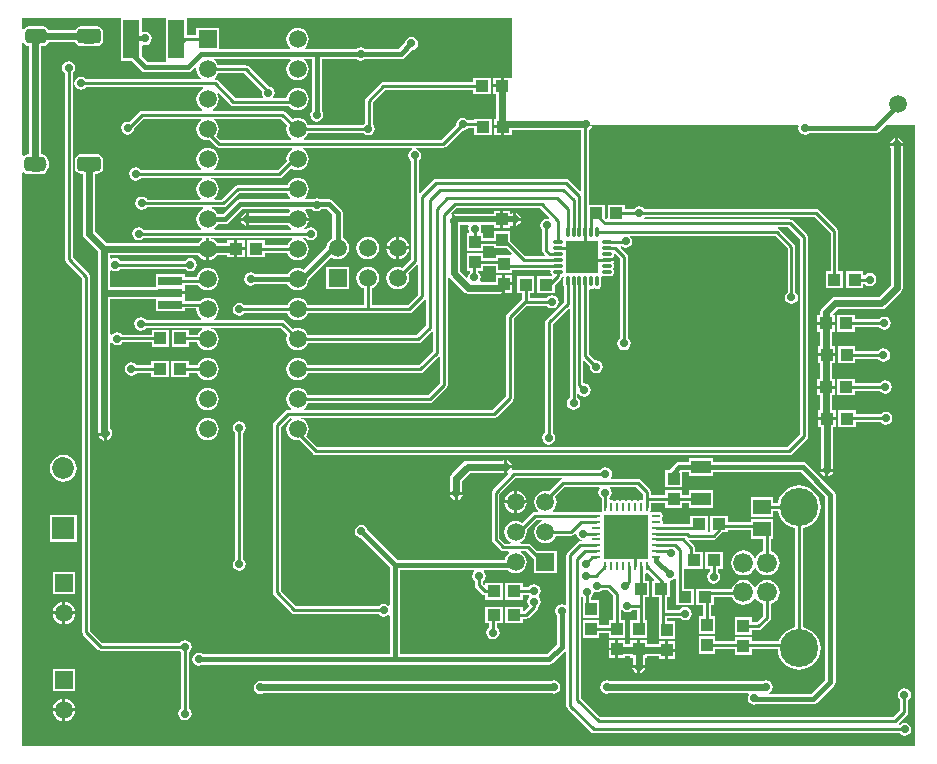
<source format=gbl>
%FSLAX42Y42*%
%MOMM*%
G71*
G01*
G75*
G04 Layer_Physical_Order=2*
G04 Layer_Color=16711680*
%ADD10R,1.30X1.50*%
%ADD11R,1.00X1.10*%
%ADD12R,1.10X1.00*%
%ADD13O,2.20X0.60*%
%ADD14R,1.50X1.30*%
%ADD15R,1.40X3.00*%
%ADD16R,3.00X1.40*%
%ADD17O,1.00X3.20*%
%ADD18R,1.00X3.20*%
%ADD19R,2.00X1.10*%
%ADD20R,6.00X2.00*%
%ADD21R,2.00X6.00*%
%ADD22R,0.80X2.00*%
%ADD23R,1.75X3.50*%
%ADD24R,1.75X1.10*%
%ADD25R,1.75X1.10*%
%ADD26R,2.30X2.30*%
%ADD27R,0.90X0.95*%
%ADD28R,0.90X0.95*%
%ADD29R,0.65X1.10*%
%ADD30R,0.55X1.45*%
%ADD31R,0.55X1.45*%
%ADD32R,1.00X1.00*%
%ADD33R,3.30X1.40*%
%ADD34C,1.00*%
%ADD35R,1.20X0.23*%
%ADD36C,0.40*%
%ADD37C,0.45*%
%ADD38C,0.25*%
%ADD39C,0.60*%
%ADD40C,0.25*%
%ADD41C,0.30*%
%ADD42C,1.52*%
%ADD43C,3.22*%
%ADD44C,1.68*%
%ADD45C,1.50*%
%ADD46R,1.50X1.50*%
%ADD47R,1.50X1.50*%
%ADD48C,1.85*%
%ADD49R,1.85X1.85*%
G04:AMPARAMS|DCode=50|XSize=1.25mm|YSize=2mm|CornerRadius=0.31mm|HoleSize=0mm|Usage=FLASHONLY|Rotation=270.000|XOffset=0mm|YOffset=0mm|HoleType=Round|Shape=RoundedRectangle|*
%AMROUNDEDRECTD50*
21,1,1.25,1.38,0,0,270.0*
21,1,0.63,2.00,0,0,270.0*
1,1,0.63,-0.69,-0.31*
1,1,0.63,-0.69,0.31*
1,1,0.63,0.69,0.31*
1,1,0.63,0.69,-0.31*
%
%ADD50ROUNDEDRECTD50*%
G04:AMPARAMS|DCode=51|XSize=1.25mm|YSize=1.8mm|CornerRadius=0.31mm|HoleSize=0mm|Usage=FLASHONLY|Rotation=270.000|XOffset=0mm|YOffset=0mm|HoleType=Round|Shape=RoundedRectangle|*
%AMROUNDEDRECTD51*
21,1,1.25,1.18,0,0,270.0*
21,1,0.63,1.80,0,0,270.0*
1,1,0.63,-0.59,-0.31*
1,1,0.63,-0.59,0.31*
1,1,0.63,0.59,0.31*
1,1,0.63,0.59,-0.31*
%
%ADD51ROUNDEDRECTD51*%
%ADD52C,0.70*%
%ADD53C,0.66*%
%ADD54O,0.85X0.30*%
%ADD55O,0.30X0.85*%
%ADD56R,2.80X2.80*%
%ADD57O,0.25X0.75*%
%ADD58O,0.75X0.25*%
%ADD59R,3.80X3.80*%
%ADD60R,1.70X1.10*%
%ADD61R,1.40X3.30*%
%ADD62R,2.00X0.70*%
%ADD63C,0.50*%
G36*
X-4064Y2306D02*
X-4049Y2286D01*
X-4042Y2280D01*
X-4046Y2268D01*
X-4470D01*
X-4487Y2265D01*
X-4501Y2256D01*
X-4613Y2143D01*
X-4659D01*
X-4661Y2147D01*
X-4676Y2167D01*
X-4696Y2182D01*
X-4706Y2187D01*
X-4703Y2199D01*
X-4610D01*
X-4597Y2202D01*
X-4586Y2209D01*
X-4586Y2209D01*
X-4586Y2209D01*
X-4475Y2320D01*
X-4071D01*
X-4064Y2306D01*
D02*
G37*
G36*
X-4046Y2170D02*
X-4049Y2167D01*
X-4062Y2150D01*
X-4384D01*
X-4386Y2151D01*
X-4394Y2153D01*
Y2099D01*
Y2046D01*
X-4386Y2048D01*
X-4384Y2049D01*
X-4062D01*
X-4049Y2032D01*
X-4037Y2022D01*
X-4041Y2010D01*
X-4684D01*
X-4688Y2022D01*
X-4676Y2032D01*
X-4661Y2052D01*
X-4659Y2056D01*
X-4595D01*
X-4579Y2059D01*
X-4565Y2069D01*
X-4452Y2182D01*
X-4050D01*
X-4046Y2170D01*
D02*
G37*
G36*
X-3011Y2692D02*
X-3030Y2680D01*
X-3042Y2661D01*
X-3046Y2640D01*
X-3042Y2619D01*
X-3030Y2600D01*
X-3023Y2596D01*
Y1761D01*
X-3095Y1689D01*
X-3110Y1695D01*
X-3134Y1698D01*
X-3159Y1695D01*
X-3182Y1685D01*
X-3202Y1670D01*
X-3217Y1650D01*
X-3227Y1627D01*
X-3230Y1602D01*
X-3227Y1578D01*
X-3217Y1555D01*
X-3202Y1535D01*
X-3182Y1520D01*
X-3159Y1510D01*
X-3134Y1507D01*
X-3110Y1510D01*
X-3087Y1520D01*
X-3067Y1535D01*
X-3052Y1555D01*
X-3042Y1578D01*
X-3039Y1602D01*
X-3042Y1627D01*
X-3048Y1642D01*
X-2973Y1717D01*
X-2961Y1712D01*
Y1459D01*
X-3049Y1371D01*
X-3355D01*
Y1513D01*
X-3341Y1520D01*
X-3321Y1535D01*
X-3306Y1555D01*
X-3296Y1578D01*
X-3293Y1602D01*
X-3296Y1627D01*
X-3306Y1650D01*
X-3321Y1670D01*
X-3341Y1685D01*
X-3364Y1695D01*
X-3388Y1698D01*
X-3413Y1695D01*
X-3436Y1685D01*
X-3456Y1670D01*
X-3471Y1650D01*
X-3481Y1627D01*
X-3484Y1602D01*
X-3481Y1578D01*
X-3471Y1555D01*
X-3456Y1535D01*
X-3436Y1520D01*
X-3422Y1513D01*
Y1371D01*
X-3892D01*
X-3899Y1385D01*
X-3914Y1405D01*
X-3934Y1420D01*
X-3957Y1430D01*
X-3981Y1433D01*
X-4006Y1430D01*
X-4029Y1420D01*
X-4049Y1405D01*
X-4064Y1385D01*
X-4071Y1371D01*
X-4431D01*
X-4435Y1377D01*
X-4454Y1389D01*
X-4475Y1394D01*
X-4496Y1389D01*
X-4515Y1377D01*
X-4527Y1359D01*
X-4531Y1338D01*
X-4527Y1316D01*
X-4515Y1298D01*
X-4496Y1286D01*
X-4475Y1281D01*
X-4454Y1286D01*
X-4435Y1298D01*
X-4431Y1304D01*
X-4071D01*
X-4064Y1290D01*
X-4049Y1270D01*
X-4029Y1255D01*
X-4006Y1245D01*
X-3981Y1242D01*
X-3957Y1245D01*
X-3934Y1255D01*
X-3914Y1270D01*
X-3899Y1290D01*
X-3892Y1304D01*
X-3035D01*
X-3022Y1307D01*
X-3011Y1314D01*
X-3011Y1314D01*
X-3011Y1314D01*
X-2908Y1418D01*
X-2896Y1413D01*
Y1196D01*
X-2975Y1117D01*
X-3892D01*
X-3899Y1131D01*
X-3914Y1151D01*
X-3934Y1166D01*
X-3957Y1176D01*
X-3981Y1179D01*
X-4006Y1176D01*
X-4021Y1170D01*
X-4087Y1236D01*
X-4098Y1243D01*
X-4110Y1246D01*
X-4687D01*
X-4691Y1258D01*
X-4676Y1270D01*
X-4661Y1290D01*
X-4651Y1313D01*
X-4648Y1338D01*
X-4651Y1362D01*
X-4661Y1385D01*
X-4676Y1405D01*
X-4696Y1420D01*
X-4719Y1430D01*
X-4743Y1433D01*
X-4768Y1430D01*
X-4791Y1420D01*
X-4806Y1409D01*
X-4813Y1411D01*
X-4938D01*
Y1423D01*
Y1465D01*
X-5058D01*
Y1490D01*
X-4938D01*
Y1523D01*
Y1544D01*
X-4827D01*
X-4826Y1544D01*
X-4811Y1524D01*
X-4791Y1509D01*
X-4768Y1499D01*
X-4743Y1496D01*
X-4719Y1499D01*
X-4696Y1509D01*
X-4676Y1524D01*
X-4661Y1544D01*
X-4651Y1567D01*
X-4648Y1592D01*
X-4651Y1616D01*
X-4661Y1639D01*
X-4676Y1659D01*
X-4696Y1674D01*
X-4719Y1684D01*
X-4743Y1687D01*
X-4768Y1684D01*
X-4791Y1674D01*
X-4811Y1659D01*
X-4826Y1639D01*
X-4836Y1616D01*
X-4837Y1611D01*
X-4938D01*
Y1633D01*
X-5178D01*
Y1528D01*
X-5567D01*
Y1661D01*
X-5555Y1667D01*
X-5549Y1663D01*
X-5528Y1659D01*
X-5506Y1663D01*
X-5488Y1675D01*
X-5484Y1682D01*
X-4934D01*
X-4930Y1675D01*
X-4911Y1663D01*
X-4890Y1659D01*
X-4869Y1663D01*
X-4850Y1675D01*
X-4838Y1694D01*
X-4834Y1715D01*
X-4838Y1736D01*
X-4850Y1755D01*
X-4869Y1767D01*
X-4890Y1771D01*
X-4911Y1767D01*
X-4930Y1755D01*
X-4934Y1748D01*
X-5484D01*
X-5488Y1755D01*
X-5506Y1767D01*
X-5528Y1771D01*
X-5549Y1767D01*
X-5555Y1763D01*
X-5567Y1769D01*
Y1795D01*
X-4824D01*
X-4811Y1778D01*
X-4791Y1763D01*
X-4768Y1753D01*
X-4756Y1751D01*
Y1845D01*
Y1940D01*
X-4743Y1941D01*
X-4743Y1941D01*
X-4741Y1943D01*
X-4026D01*
X-4023Y1931D01*
X-4029Y1928D01*
X-4049Y1913D01*
X-4064Y1893D01*
X-4069Y1884D01*
X-4259D01*
Y1920D01*
X-4409D01*
Y1780D01*
X-4259D01*
Y1817D01*
X-4072D01*
X-4064Y1798D01*
X-4049Y1778D01*
X-4029Y1763D01*
X-4006Y1753D01*
X-3981Y1750D01*
X-3957Y1753D01*
X-3934Y1763D01*
X-3914Y1778D01*
X-3899Y1798D01*
X-3889Y1821D01*
X-3886Y1846D01*
X-3889Y1870D01*
X-3899Y1893D01*
X-3914Y1913D01*
X-3934Y1928D01*
X-3940Y1931D01*
X-3937Y1943D01*
X-3914D01*
X-3910Y1937D01*
X-3891Y1925D01*
X-3870Y1921D01*
X-3849Y1925D01*
X-3830Y1937D01*
X-3818Y1955D01*
X-3814Y1977D01*
X-3818Y1998D01*
X-3830Y2016D01*
X-3849Y2029D01*
X-3870Y2033D01*
X-3891Y2029D01*
X-3910Y2016D01*
X-3911Y2014D01*
X-3924Y2016D01*
X-3926Y2022D01*
X-3914Y2032D01*
X-3899Y2052D01*
X-3889Y2075D01*
X-3887Y2087D01*
X-3982D01*
Y2112D01*
X-3887D01*
X-3889Y2124D01*
X-3899Y2147D01*
X-3914Y2167D01*
X-3917Y2170D01*
X-3913Y2182D01*
X-3858D01*
X-3841Y2171D01*
X-3820Y2166D01*
X-3799Y2171D01*
X-3782Y2182D01*
X-3733D01*
X-3686Y2135D01*
Y1941D01*
X-3690Y1939D01*
X-3710Y1924D01*
X-3725Y1904D01*
X-3735Y1881D01*
X-3737Y1864D01*
X-3930Y1672D01*
X-3934Y1674D01*
X-3957Y1684D01*
X-3981Y1687D01*
X-4006Y1684D01*
X-4029Y1674D01*
X-4049Y1659D01*
X-4064Y1639D01*
X-4066Y1636D01*
X-4343D01*
X-4356Y1644D01*
X-4378Y1649D01*
X-4399Y1644D01*
X-4417Y1632D01*
X-4429Y1614D01*
X-4434Y1593D01*
X-4429Y1571D01*
X-4417Y1553D01*
X-4399Y1541D01*
X-4378Y1536D01*
X-4356Y1541D01*
X-4343Y1549D01*
X-4067D01*
X-4064Y1544D01*
X-4049Y1524D01*
X-4029Y1509D01*
X-4006Y1499D01*
X-3981Y1496D01*
X-3957Y1499D01*
X-3934Y1509D01*
X-3914Y1524D01*
X-3899Y1544D01*
X-3889Y1567D01*
X-3886Y1592D01*
X-3886Y1593D01*
X-3699Y1780D01*
X-3690Y1774D01*
X-3667Y1764D01*
X-3642Y1761D01*
X-3618Y1764D01*
X-3595Y1774D01*
X-3575Y1789D01*
X-3560Y1809D01*
X-3550Y1832D01*
X-3547Y1857D01*
X-3550Y1881D01*
X-3560Y1904D01*
X-3575Y1924D01*
X-3595Y1939D01*
X-3599Y1941D01*
Y2152D01*
X-3602Y2169D01*
X-3606Y2175D01*
X-3612Y2183D01*
X-3684Y2256D01*
X-3698Y2265D01*
X-3715Y2268D01*
X-3790D01*
X-3799Y2274D01*
X-3820Y2279D01*
X-3841Y2274D01*
X-3850Y2268D01*
X-3917D01*
X-3921Y2280D01*
X-3914Y2286D01*
X-3899Y2306D01*
X-3889Y2329D01*
X-3886Y2354D01*
X-3889Y2378D01*
X-3899Y2401D01*
X-3914Y2421D01*
X-3934Y2436D01*
X-3957Y2446D01*
X-3981Y2449D01*
X-4006Y2446D01*
X-4029Y2436D01*
X-4049Y2421D01*
X-4064Y2401D01*
X-4071Y2387D01*
X-4489D01*
X-4502Y2384D01*
X-4513Y2377D01*
X-4624Y2266D01*
X-4682D01*
X-4686Y2278D01*
X-4676Y2286D01*
X-4661Y2306D01*
X-4651Y2329D01*
X-4648Y2354D01*
X-4651Y2378D01*
X-4661Y2401D01*
X-4676Y2421D01*
X-4696Y2436D01*
X-4719Y2446D01*
X-4718Y2449D01*
X-4137D01*
X-4124Y2452D01*
X-4113Y2459D01*
X-4113Y2459D01*
X-4113Y2459D01*
X-4040Y2532D01*
X-4029Y2525D01*
X-4006Y2515D01*
X-3981Y2512D01*
X-3957Y2515D01*
X-3934Y2525D01*
X-3914Y2540D01*
X-3899Y2560D01*
X-3889Y2583D01*
X-3886Y2608D01*
X-3889Y2632D01*
X-3899Y2655D01*
X-3914Y2675D01*
X-3934Y2690D01*
X-3937Y2692D01*
X-3934Y2704D01*
X-3014D01*
X-3011Y2692D01*
D02*
G37*
G36*
X-5701Y2574D02*
X-5698Y2566D01*
X-5698Y2565D01*
X-5698Y2564D01*
X-5701Y2557D01*
X-5794D01*
X-5797Y2564D01*
X-5797Y2565D01*
X-5797Y2566D01*
X-5794Y2574D01*
X-5786Y2577D01*
X-5785Y2577D01*
X-5710D01*
X-5709Y2577D01*
X-5701Y2574D01*
D02*
G37*
G36*
X-6195Y2553D02*
X-6220D01*
Y2565D01*
X-6195D01*
Y2553D01*
D02*
G37*
G36*
X-1058Y-224D02*
Y-270D01*
X-1068Y-278D01*
X-1075Y-277D01*
X-1088Y-279D01*
X-1098Y-287D01*
X-1102D01*
X-1112Y-279D01*
X-1125Y-277D01*
X-1138Y-279D01*
X-1148Y-287D01*
X-1152D01*
X-1162Y-279D01*
X-1175Y-277D01*
X-1188Y-279D01*
X-1198Y-287D01*
X-1202D01*
X-1212Y-279D01*
X-1225Y-277D01*
X-1238Y-279D01*
X-1248Y-287D01*
X-1252D01*
X-1262Y-279D01*
X-1275Y-277D01*
X-1288Y-279D01*
X-1298Y-287D01*
X-1302D01*
X-1312Y-279D01*
X-1325Y-277D01*
X-1332Y-278D01*
X-1342Y-270D01*
Y-257D01*
X-1338Y-255D01*
X-1326Y-236D01*
X-1321Y-215D01*
X-1326Y-194D01*
X-1338Y-175D01*
X-1336Y-168D01*
X-1114D01*
X-1058Y-224D01*
D02*
G37*
G36*
X-2532Y2042D02*
X-2534Y2039D01*
X-2539Y2017D01*
X-2534Y1996D01*
X-2534Y1995D01*
X-2540Y1984D01*
X-2550D01*
Y1834D01*
X-2410D01*
Y1876D01*
X-2322D01*
Y1852D01*
X-2212D01*
X-2170Y1810D01*
X-2175Y1798D01*
X-2305D01*
Y1773D01*
X-2410D01*
Y1814D01*
X-2550D01*
Y1664D01*
X-2518D01*
Y1651D01*
X-2525Y1647D01*
X-2537Y1629D01*
X-2541Y1609D01*
X-2553Y1605D01*
X-2609Y1661D01*
Y2053D01*
X-2538D01*
X-2532Y2042D01*
D02*
G37*
G36*
X272Y1931D02*
Y276D01*
X166Y171D01*
X-3814D01*
X-3906Y263D01*
X-3899Y274D01*
X-3889Y297D01*
X-3886Y322D01*
X-3889Y346D01*
X-3899Y369D01*
X-3914Y389D01*
X-3934Y404D01*
X-3957Y414D01*
X-3957Y417D01*
X-2320D01*
X-2307Y419D01*
X-2296Y426D01*
X-2296Y426D01*
X-2296Y426D01*
X-2161Y561D01*
X-2154Y572D01*
X-2154Y572D01*
X-2154Y572D01*
X-2152Y585D01*
Y1261D01*
X-2046Y1367D01*
X-1871D01*
X-1867Y1360D01*
X-1849Y1348D01*
X-1827Y1344D01*
X-1806Y1348D01*
X-1788Y1360D01*
X-1776Y1379D01*
X-1771Y1400D01*
X-1776Y1421D01*
X-1788Y1440D01*
X-1806Y1452D01*
X-1827Y1456D01*
X-1849Y1452D01*
X-1867Y1440D01*
X-1871Y1433D01*
X-2017D01*
Y1475D01*
X-1976D01*
Y1615D01*
X-2126D01*
Y1475D01*
X-2084D01*
Y1458D01*
Y1423D01*
X-2209Y1299D01*
X-2216Y1288D01*
X-2218Y1275D01*
Y599D01*
X-2334Y483D01*
X-3926D01*
X-3930Y495D01*
X-3914Y508D01*
X-3899Y528D01*
X-3892Y542D01*
X-2864D01*
X-2852Y545D01*
X-2841Y552D01*
X-2841Y552D01*
X-2841Y552D01*
X-2721Y671D01*
X-2721Y671D01*
X-2721Y671D01*
X-2714Y682D01*
X-2712Y695D01*
Y1605D01*
X-2700Y1609D01*
X-2696Y1604D01*
X-2576Y1484D01*
X-2560Y1473D01*
X-2556Y1472D01*
X-2540Y1469D01*
X-2268D01*
X-2249Y1473D01*
X-2245Y1476D01*
X-2241Y1478D01*
X-2248D01*
Y1553D01*
Y1628D01*
X-2305D01*
Y1571D01*
X-2430D01*
X-2436Y1582D01*
X-2433Y1586D01*
X-2429Y1608D01*
X-2433Y1629D01*
X-2445Y1647D01*
X-2452Y1651D01*
Y1664D01*
X-2410D01*
Y1706D01*
X-2305D01*
Y1648D01*
X-2165D01*
Y1672D01*
X-1847D01*
X-1839Y1662D01*
X-1841Y1655D01*
X-1838Y1641D01*
X-1830Y1630D01*
X-1828Y1628D01*
X-1827Y1624D01*
X-1836Y1615D01*
X-1956D01*
Y1475D01*
X-1806D01*
Y1542D01*
X-1754Y1594D01*
X-1750Y1600D01*
X-1747Y1605D01*
X-1745Y1614D01*
X-1733Y1617D01*
X-1733D01*
X-1728Y1613D01*
X-1731Y1600D01*
Y1545D01*
X-1728Y1533D01*
Y1399D01*
X-1879Y1249D01*
X-1886Y1238D01*
X-1888Y1225D01*
Y291D01*
X-1895Y287D01*
X-1907Y269D01*
X-1911Y247D01*
X-1907Y226D01*
X-1895Y208D01*
X-1876Y196D01*
X-1855Y191D01*
X-1834Y196D01*
X-1815Y208D01*
X-1803Y226D01*
X-1799Y247D01*
X-1803Y269D01*
X-1815Y287D01*
X-1822Y291D01*
Y1211D01*
X-1690Y1343D01*
X-1678Y1338D01*
Y586D01*
X-1685Y582D01*
X-1697Y564D01*
X-1701Y543D01*
X-1697Y521D01*
X-1685Y503D01*
X-1666Y491D01*
X-1645Y486D01*
X-1624Y491D01*
X-1605Y503D01*
X-1593Y521D01*
X-1589Y543D01*
X-1593Y564D01*
X-1605Y582D01*
X-1612Y586D01*
Y616D01*
X-1600Y620D01*
X-1595Y613D01*
X-1576Y601D01*
X-1555Y596D01*
X-1534Y601D01*
X-1515Y613D01*
X-1503Y631D01*
X-1499Y653D01*
X-1503Y674D01*
X-1515Y692D01*
X-1534Y704D01*
X-1555Y709D01*
X-1562Y714D01*
Y895D01*
X-1550Y900D01*
X-1507Y857D01*
X-1509Y850D01*
X-1504Y829D01*
X-1492Y810D01*
X-1474Y798D01*
X-1452Y794D01*
X-1431Y798D01*
X-1413Y810D01*
X-1401Y829D01*
X-1396Y850D01*
X-1401Y871D01*
X-1413Y890D01*
X-1431Y902D01*
X-1452Y906D01*
X-1460Y905D01*
X-1512Y956D01*
Y1503D01*
X-1502Y1511D01*
X-1495Y1509D01*
X-1481Y1512D01*
X-1470Y1520D01*
X-1459Y1512D01*
X-1445Y1509D01*
X-1431Y1512D01*
X-1420Y1520D01*
X-1412Y1531D01*
X-1409Y1545D01*
Y1600D01*
X-1412Y1613D01*
X-1403Y1622D01*
X-1390Y1619D01*
X-1335D01*
X-1321Y1622D01*
X-1310Y1630D01*
X-1302Y1641D01*
X-1299Y1655D01*
X-1302Y1669D01*
X-1310Y1680D01*
X-1302Y1691D01*
X-1299Y1705D01*
X-1302Y1719D01*
X-1310Y1730D01*
X-1302Y1741D01*
X-1302Y1742D01*
X-1363D01*
Y1768D01*
X-1302D01*
X-1302Y1769D01*
X-1310Y1780D01*
X-1302Y1791D01*
X-1300Y1802D01*
X-1288Y1806D01*
X-1251Y1769D01*
Y1091D01*
X-1257Y1087D01*
X-1269Y1069D01*
X-1274Y1048D01*
X-1269Y1026D01*
X-1257Y1008D01*
X-1239Y996D01*
X-1218Y991D01*
X-1196Y996D01*
X-1178Y1008D01*
X-1166Y1026D01*
X-1161Y1048D01*
X-1166Y1069D01*
X-1178Y1087D01*
X-1184Y1091D01*
Y1783D01*
X-1187Y1795D01*
X-1190Y1800D01*
X-1194Y1806D01*
X-1247Y1859D01*
X-1239Y1869D01*
X-1226Y1861D01*
X-1205Y1856D01*
X-1184Y1861D01*
X-1165Y1873D01*
X-1153Y1891D01*
X-1149Y1912D01*
X-1153Y1934D01*
X-1165Y1952D01*
X-1165Y1954D01*
X66D01*
X167Y1854D01*
Y1481D01*
X160Y1477D01*
X148Y1459D01*
X144Y1438D01*
X148Y1416D01*
X160Y1398D01*
X179Y1386D01*
X200Y1381D01*
X221Y1386D01*
X240Y1398D01*
X252Y1416D01*
X256Y1438D01*
X252Y1459D01*
X240Y1477D01*
X233Y1481D01*
Y1867D01*
X231Y1880D01*
X224Y1891D01*
X104Y2011D01*
X93Y2018D01*
X89Y2019D01*
X90Y2032D01*
X171D01*
X272Y1931D01*
D02*
G37*
G36*
X-1913Y-458D02*
X-1930Y-466D01*
X-1950Y-481D01*
X-1965Y-501D01*
X-1975Y-524D01*
X-1978Y-548D01*
X-1975Y-573D01*
X-1965Y-596D01*
X-1950Y-616D01*
X-1930Y-631D01*
X-1907Y-641D01*
X-1883Y-644D01*
X-1858Y-641D01*
X-1835Y-631D01*
X-1815Y-616D01*
X-1800Y-596D01*
X-1793Y-581D01*
X-1670D01*
X-1657Y-578D01*
X-1646Y-571D01*
X-1632Y-557D01*
X-1621Y-562D01*
X-1617Y-584D01*
X-1605Y-602D01*
X-1586Y-614D01*
X-1575Y-617D01*
X-1577Y-629D01*
X-1590D01*
X-1603Y-632D01*
X-1614Y-639D01*
X-1696Y-721D01*
X-1703Y-732D01*
X-1706Y-745D01*
Y-1164D01*
X-1717Y-1170D01*
X-1724Y-1166D01*
X-1745Y-1161D01*
X-1766Y-1166D01*
X-1785Y-1178D01*
X-1797Y-1196D01*
X-1801Y-1218D01*
X-1797Y-1239D01*
X-1788Y-1252D01*
Y-1505D01*
X-1868Y-1584D01*
X-3114D01*
Y-871D01*
X-2488D01*
X-2485Y-883D01*
X-2497Y-901D01*
X-2501Y-923D01*
X-2497Y-944D01*
X-2485Y-962D01*
X-2481Y-965D01*
Y-1000D01*
X-2478Y-1013D01*
X-2471Y-1024D01*
X-2419Y-1076D01*
X-2408Y-1083D01*
X-2395Y-1086D01*
X-2394D01*
Y-1122D01*
X-2244D01*
Y-982D01*
X-2394D01*
Y-990D01*
X-2406Y-994D01*
X-2414Y-986D01*
Y-968D01*
X-2405Y-962D01*
X-2393Y-944D01*
X-2389Y-923D01*
X-2393Y-901D01*
X-2405Y-883D01*
X-2402Y-871D01*
X-2203D01*
X-2184Y-885D01*
X-2161Y-895D01*
X-2136Y-898D01*
X-2112Y-895D01*
X-2089Y-885D01*
X-2069Y-870D01*
X-2054Y-850D01*
X-2044Y-827D01*
X-2041Y-802D01*
X-2044Y-778D01*
X-2054Y-755D01*
X-2069Y-735D01*
X-2089Y-720D01*
X-2087Y-713D01*
X-2044D01*
X-1999Y-759D01*
Y-759D01*
D01*
D01*
X-1999D01*
X-1999Y-759D01*
Y-759D01*
X-1999Y-759D01*
D01*
D01*
D01*
Y-759D01*
X-1999Y-759D01*
X-1977Y-780D01*
Y-897D01*
X-1788D01*
Y-707D01*
X-1955D01*
X-2006Y-656D01*
X-2017Y-649D01*
X-2030Y-647D01*
X-2093D01*
X-2095Y-634D01*
X-2089Y-631D01*
X-2069Y-616D01*
X-2054Y-596D01*
X-2044Y-573D01*
X-2041Y-548D01*
X-2043Y-528D01*
X-1962Y-446D01*
X-1915D01*
X-1913Y-458D01*
D02*
G37*
G36*
X-1849Y2112D02*
X-1855Y2101D01*
X-1870Y2104D01*
X-1891Y2099D01*
X-1910Y2087D01*
X-1922Y2069D01*
X-1926Y2048D01*
X-1922Y2026D01*
X-1910Y2008D01*
X-1908Y2007D01*
Y1833D01*
X-1906Y1820D01*
X-1899Y1809D01*
X-1890Y1800D01*
X-1895Y1788D01*
X-2054D01*
X-2182Y1916D01*
Y2002D01*
X-2322D01*
Y1943D01*
X-2410D01*
Y1984D01*
X-2425D01*
X-2431Y1995D01*
X-2431Y1996D01*
X-2426Y2017D01*
X-2431Y2039D01*
X-2433Y2042D01*
X-2427Y2053D01*
X-2322D01*
Y2022D01*
X-2265D01*
Y2097D01*
Y2172D01*
X-2322D01*
Y2145D01*
X-2642D01*
X-2659Y2142D01*
X-2660Y2141D01*
X-2660Y2141D01*
X-2647Y2139D01*
Y2085D01*
X-2673D01*
Y2139D01*
X-2675Y2138D01*
X-2681Y2149D01*
X-2639Y2192D01*
X-1929D01*
X-1849Y2112D01*
D02*
G37*
G36*
X-1420Y-180D02*
X-1429Y-194D01*
X-1434Y-215D01*
X-1429Y-236D01*
X-1417Y-255D01*
X-1408Y-261D01*
Y-335D01*
X-1408Y-336D01*
Y-360D01*
X-1406Y-373D01*
X-1406Y-373D01*
X-1410Y-378D01*
X-1415Y-382D01*
X-1428Y-379D01*
X-1451D01*
X-1453Y-379D01*
X-1817D01*
X-1821Y-367D01*
X-1815Y-362D01*
X-1800Y-342D01*
X-1790Y-319D01*
X-1787Y-294D01*
X-1790Y-270D01*
X-1799Y-247D01*
X-1721Y-168D01*
X-1426D01*
X-1420Y-180D01*
D02*
G37*
G36*
X-6293Y3582D02*
X-6276Y3570D01*
X-6258Y3567D01*
Y2649D01*
X-6266D01*
X-6286Y2645D01*
X-6300Y2635D01*
X-6312Y2641D01*
Y3588D01*
X-6300Y3591D01*
X-6293Y3582D01*
D02*
G37*
G36*
X-5478Y3440D02*
X-5386D01*
X-5301Y3354D01*
X-5287Y3345D01*
X-5287Y3345D01*
X-5287Y3345D01*
D01*
X-5287Y3345D01*
X-5287Y3345D01*
X-5270Y3342D01*
X-4910D01*
X-4893Y3345D01*
X-4879Y3354D01*
X-4872Y3365D01*
X-4849Y3388D01*
X-4838Y3383D01*
X-4839Y3370D01*
X-4836Y3345D01*
X-4826Y3322D01*
X-4811Y3302D01*
X-4803Y3295D01*
X-4807Y3283D01*
X-5771D01*
X-5775Y3290D01*
X-5794Y3302D01*
X-5815Y3306D01*
X-5836Y3302D01*
X-5855Y3290D01*
X-5867Y3271D01*
X-5871Y3250D01*
X-5867Y3229D01*
X-5855Y3210D01*
X-5836Y3198D01*
X-5815Y3194D01*
X-5794Y3198D01*
X-5775Y3210D01*
X-5771Y3217D01*
X-4780D01*
X-4778Y3204D01*
X-4791Y3198D01*
X-4811Y3183D01*
X-4826Y3163D01*
X-4836Y3140D01*
X-4839Y3116D01*
X-4836Y3091D01*
X-4826Y3068D01*
X-4811Y3048D01*
X-4791Y3033D01*
X-4787Y3031D01*
X-4790Y3018D01*
X-5300D01*
X-5313Y3016D01*
X-5324Y3009D01*
X-5406Y2926D01*
X-5420Y2929D01*
X-5441Y2924D01*
X-5460Y2912D01*
X-5472Y2894D01*
X-5476Y2873D01*
X-5472Y2851D01*
X-5460Y2833D01*
X-5441Y2821D01*
X-5420Y2816D01*
X-5399Y2821D01*
X-5380Y2833D01*
X-5368Y2851D01*
X-5364Y2873D01*
X-5364Y2874D01*
X-5286Y2952D01*
X-4802D01*
X-4798Y2940D01*
X-4811Y2929D01*
X-4826Y2909D01*
X-4836Y2886D01*
X-4839Y2862D01*
X-4836Y2837D01*
X-4826Y2814D01*
X-4811Y2794D01*
X-4791Y2779D01*
X-4768Y2769D01*
X-4743Y2766D01*
X-4727Y2768D01*
X-4673Y2714D01*
X-4662Y2707D01*
X-4662Y2707D01*
X-4662Y2707D01*
D01*
X-4662Y2707D01*
X-4662Y2707D01*
X-4649Y2704D01*
X-4029D01*
X-4026Y2692D01*
X-4029Y2690D01*
X-4049Y2675D01*
X-4064Y2655D01*
X-4074Y2632D01*
X-4077Y2608D01*
X-4075Y2591D01*
X-4150Y2516D01*
X-4687D01*
X-4691Y2528D01*
X-4676Y2540D01*
X-4661Y2560D01*
X-4651Y2583D01*
X-4648Y2608D01*
X-4651Y2632D01*
X-4661Y2655D01*
X-4676Y2675D01*
X-4696Y2690D01*
X-4719Y2700D01*
X-4743Y2703D01*
X-4768Y2700D01*
X-4791Y2690D01*
X-4811Y2675D01*
X-4826Y2655D01*
X-4836Y2632D01*
X-4839Y2608D01*
X-4836Y2583D01*
X-4826Y2560D01*
X-4811Y2540D01*
X-4796Y2528D01*
X-4800Y2516D01*
X-5309D01*
X-5313Y2522D01*
X-5331Y2534D01*
X-5353Y2539D01*
X-5374Y2534D01*
X-5392Y2522D01*
X-5404Y2504D01*
X-5409Y2483D01*
X-5404Y2461D01*
X-5392Y2443D01*
X-5374Y2431D01*
X-5353Y2426D01*
X-5331Y2431D01*
X-5313Y2443D01*
X-5309Y2449D01*
X-4793D01*
X-4791Y2437D01*
X-4791Y2436D01*
X-4811Y2421D01*
X-4826Y2401D01*
X-4836Y2378D01*
X-4839Y2354D01*
X-4836Y2329D01*
X-4826Y2306D01*
X-4811Y2286D01*
X-4801Y2278D01*
X-4805Y2266D01*
X-5254D01*
X-5260Y2275D01*
X-5279Y2287D01*
X-5300Y2291D01*
X-5321Y2287D01*
X-5340Y2275D01*
X-5352Y2256D01*
X-5356Y2235D01*
X-5352Y2214D01*
X-5340Y2195D01*
X-5321Y2183D01*
X-5300Y2179D01*
X-5279Y2183D01*
X-5260Y2195D01*
X-5258Y2199D01*
X-4784D01*
X-4781Y2187D01*
X-4791Y2182D01*
X-4811Y2167D01*
X-4826Y2147D01*
X-4836Y2124D01*
X-4839Y2100D01*
X-4836Y2075D01*
X-4826Y2052D01*
X-4811Y2032D01*
X-4799Y2022D01*
X-4803Y2010D01*
X-5283D01*
X-5288Y2017D01*
X-5306Y2029D01*
X-5328Y2034D01*
X-5349Y2029D01*
X-5367Y2017D01*
X-5379Y1999D01*
X-5384Y1977D01*
X-5379Y1956D01*
X-5367Y1938D01*
X-5349Y1926D01*
X-5328Y1921D01*
X-5306Y1926D01*
X-5288Y1938D01*
X-5284Y1943D01*
X-4788D01*
X-4785Y1931D01*
X-4791Y1928D01*
X-4811Y1913D01*
X-4824Y1896D01*
X-5597D01*
X-5697Y1996D01*
Y2484D01*
X-5688Y2485D01*
X-5684Y2486D01*
X-5679D01*
X-5659Y2490D01*
X-5642Y2502D01*
X-5630Y2519D01*
X-5626Y2539D01*
Y2557D01*
X-5628D01*
X-5627Y2565D01*
X-5629Y2583D01*
X-5626D01*
Y2601D01*
X-5630Y2621D01*
X-5642Y2638D01*
X-5659Y2650D01*
X-5679Y2654D01*
X-5735D01*
Y2648D01*
X-5760D01*
Y2654D01*
X-5816D01*
X-5836Y2650D01*
X-5853Y2638D01*
X-5865Y2621D01*
X-5869Y2601D01*
Y2583D01*
X-5866D01*
X-5868Y2565D01*
X-5867Y2557D01*
X-5869D01*
Y2539D01*
X-5865Y2519D01*
X-5853Y2502D01*
X-5836Y2490D01*
X-5816Y2486D01*
X-5811D01*
X-5807Y2485D01*
X-5798Y2484D01*
Y1975D01*
X-5798Y1975D01*
X-5798D01*
X-5795Y1955D01*
X-5784Y1939D01*
X-5668Y1824D01*
Y305D01*
X-5665Y285D01*
X-5665Y285D01*
X-5664Y290D01*
X-5610D01*
Y278D01*
X-5597D01*
Y224D01*
X-5589Y226D01*
X-5570Y238D01*
X-5558Y256D01*
X-5557Y262D01*
X-5553Y268D01*
X-5549Y288D01*
X-5553Y307D01*
X-5564Y324D01*
X-5564Y324D01*
X-5567Y326D01*
Y1051D01*
X-5554Y1055D01*
X-5550Y1048D01*
X-5531Y1036D01*
X-5510Y1031D01*
X-5489Y1036D01*
X-5470Y1048D01*
X-5465Y1056D01*
X-5218D01*
Y1020D01*
X-5068D01*
Y1160D01*
X-5218D01*
Y1123D01*
X-5468D01*
X-5470Y1127D01*
X-5489Y1139D01*
X-5510Y1144D01*
X-5531Y1139D01*
X-5550Y1127D01*
X-5554Y1120D01*
X-5567Y1124D01*
Y1427D01*
X-5178D01*
Y1423D01*
Y1323D01*
X-4938D01*
Y1344D01*
X-4845D01*
X-4839Y1338D01*
X-4836Y1313D01*
X-4826Y1290D01*
X-4811Y1270D01*
X-4796Y1258D01*
X-4800Y1246D01*
X-5264D01*
X-5268Y1252D01*
X-5286Y1264D01*
X-5308Y1269D01*
X-5329Y1264D01*
X-5347Y1252D01*
X-5359Y1234D01*
X-5364Y1212D01*
X-5359Y1191D01*
X-5347Y1173D01*
X-5329Y1161D01*
X-5308Y1156D01*
X-5286Y1161D01*
X-5268Y1173D01*
X-5264Y1179D01*
X-4793D01*
X-4791Y1167D01*
X-4791Y1166D01*
X-4811Y1151D01*
X-4826Y1131D01*
X-4830Y1123D01*
X-4898D01*
Y1160D01*
X-5048D01*
Y1020D01*
X-4898D01*
Y1056D01*
X-4835D01*
X-4826Y1036D01*
X-4811Y1016D01*
X-4791Y1001D01*
X-4768Y991D01*
X-4743Y988D01*
X-4719Y991D01*
X-4696Y1001D01*
X-4676Y1016D01*
X-4661Y1036D01*
X-4651Y1059D01*
X-4648Y1084D01*
X-4651Y1108D01*
X-4661Y1131D01*
X-4676Y1151D01*
X-4696Y1166D01*
X-4719Y1176D01*
X-4718Y1179D01*
X-4124D01*
X-4068Y1123D01*
X-4074Y1108D01*
X-4077Y1084D01*
X-4074Y1059D01*
X-4064Y1036D01*
X-4049Y1016D01*
X-4029Y1001D01*
X-4006Y991D01*
X-3981Y988D01*
X-3957Y991D01*
X-3934Y1001D01*
X-3914Y1016D01*
X-3899Y1036D01*
X-3892Y1050D01*
X-2961D01*
X-2949Y1053D01*
X-2938Y1060D01*
X-2938Y1060D01*
X-2938Y1060D01*
X-2850Y1148D01*
X-2838Y1143D01*
Y981D01*
X-2957Y863D01*
X-3892D01*
X-3899Y877D01*
X-3914Y897D01*
X-3934Y912D01*
X-3957Y922D01*
X-3981Y925D01*
X-4006Y922D01*
X-4029Y912D01*
X-4049Y897D01*
X-4064Y877D01*
X-4074Y854D01*
X-4077Y830D01*
X-4074Y805D01*
X-4064Y782D01*
X-4049Y762D01*
X-4029Y747D01*
X-4006Y737D01*
X-3981Y734D01*
X-3957Y737D01*
X-3934Y747D01*
X-3914Y762D01*
X-3899Y782D01*
X-3892Y796D01*
X-2943D01*
X-2930Y799D01*
X-2919Y806D01*
X-2919Y806D01*
X-2919Y806D01*
X-2790Y935D01*
X-2778Y930D01*
Y709D01*
X-2878Y609D01*
X-3892D01*
X-3899Y623D01*
X-3914Y643D01*
X-3934Y658D01*
X-3957Y668D01*
X-3981Y671D01*
X-4006Y668D01*
X-4029Y658D01*
X-4049Y643D01*
X-4064Y623D01*
X-4074Y600D01*
X-4077Y576D01*
X-4074Y551D01*
X-4064Y528D01*
X-4049Y508D01*
X-4033Y495D01*
X-4037Y483D01*
X-4062D01*
X-4075Y481D01*
X-4086Y474D01*
X-4181Y379D01*
X-4188Y368D01*
X-4191Y355D01*
Y-1060D01*
X-4188Y-1073D01*
X-4181Y-1084D01*
X-4181Y-1084D01*
X-4181Y-1084D01*
X-4031Y-1234D01*
X-4031Y-1234D01*
X-4031D01*
X-4031Y-1234D01*
X-4031D01*
X-4031Y-1234D01*
Y-1234D01*
Y-1234D01*
D01*
D01*
X-4031D01*
Y-1234D01*
X-4020Y-1241D01*
X-4008Y-1243D01*
X-3296D01*
X-3290Y-1252D01*
X-3271Y-1264D01*
X-3250Y-1269D01*
X-3229Y-1264D01*
X-3212Y-1253D01*
X-3201Y-1259D01*
Y-1584D01*
X-4783D01*
X-4796Y-1576D01*
X-4817Y-1571D01*
X-4839Y-1576D01*
X-4857Y-1588D01*
X-4869Y-1606D01*
X-4874Y-1627D01*
X-4869Y-1649D01*
X-4857Y-1667D01*
X-4839Y-1679D01*
X-4817Y-1684D01*
X-4796Y-1679D01*
X-4783Y-1671D01*
X-1850D01*
X-1833Y-1668D01*
X-1819Y-1658D01*
X-1819Y-1658D01*
X-1819Y-1658D01*
X-1718Y-1556D01*
X-1706Y-1561D01*
Y-2020D01*
X-1703Y-2033D01*
X-1696Y-2044D01*
X-1696Y-2044D01*
X-1696Y-2044D01*
X-1498Y-2242D01*
Y-2242D01*
D01*
Y-2242D01*
X-1498Y-2242D01*
D01*
D01*
X-1498D01*
X-1498Y-2242D01*
Y-2242D01*
Y-2242D01*
D01*
D01*
X-1498D01*
Y-2242D01*
X-1487Y-2249D01*
X-1474Y-2252D01*
X1115D01*
X1119Y-2258D01*
X1137Y-2270D01*
X1159Y-2275D01*
X1180Y-2270D01*
X1198Y-2258D01*
X1210Y-2240D01*
X1215Y-2219D01*
X1210Y-2197D01*
X1198Y-2179D01*
X1180Y-2167D01*
X1159Y-2162D01*
X1137Y-2167D01*
X1119Y-2179D01*
X1118Y-2180D01*
X1106Y-2178D01*
X1104Y-2173D01*
X1180Y-2097D01*
X1187Y-2086D01*
X1187Y-2086D01*
X1187Y-2086D01*
X1190Y-2074D01*
Y-1972D01*
X1196Y-1968D01*
X1208Y-1950D01*
X1213Y-1929D01*
X1208Y-1907D01*
X1196Y-1889D01*
X1178Y-1877D01*
X1156Y-1872D01*
X1135Y-1877D01*
X1117Y-1889D01*
X1105Y-1907D01*
X1100Y-1929D01*
X1105Y-1950D01*
X1117Y-1968D01*
X1123Y-1972D01*
Y-2060D01*
X1064Y-2119D01*
X-1419D01*
X-1582Y-1956D01*
Y-1098D01*
X-1571Y-1095D01*
X-1561Y-1103D01*
Y-1123D01*
X-1567D01*
Y-1273D01*
X-1427D01*
Y-1123D01*
X-1494D01*
Y-1097D01*
X-1490Y-1095D01*
X-1478Y-1076D01*
X-1476Y-1065D01*
X-1465Y-1058D01*
X-1450Y-1061D01*
X-1429Y-1057D01*
X-1410Y-1045D01*
X-1406Y-1038D01*
X-1359D01*
X-1311Y-1086D01*
Y-1294D01*
X-1348D01*
Y-1336D01*
X-1427D01*
Y-1293D01*
X-1567D01*
Y-1443D01*
X-1427D01*
Y-1403D01*
X-1348D01*
Y-1444D01*
X-1208D01*
Y-1294D01*
X-1244D01*
Y-1212D01*
X-1232Y-1208D01*
X-1230Y-1212D01*
X-1211Y-1224D01*
X-1190Y-1229D01*
X-1169Y-1224D01*
X-1150Y-1212D01*
X-1146Y-1206D01*
X-1110D01*
Y-1297D01*
X-1163D01*
Y-1447D01*
X-1023D01*
Y-1297D01*
X-1043D01*
Y-1173D01*
X-1043Y-1173D01*
X-1043Y-1173D01*
Y-1173D01*
Y-1102D01*
X-1002D01*
Y-962D01*
X-1042D01*
Y-905D01*
X-1032Y-897D01*
X-1025Y-898D01*
X-1016Y-896D01*
X-962Y-951D01*
X-966Y-962D01*
X-982D01*
Y-1102D01*
X-921D01*
Y-1304D01*
X-925D01*
Y-1454D01*
X-785D01*
Y-1304D01*
X-854D01*
Y-1273D01*
X-744D01*
X-740Y-1280D01*
X-721Y-1292D01*
X-700Y-1296D01*
X-679Y-1292D01*
X-660Y-1280D01*
X-648Y-1261D01*
X-644Y-1240D01*
X-648Y-1219D01*
X-660Y-1200D01*
X-679Y-1188D01*
X-700Y-1184D01*
X-721Y-1188D01*
X-740Y-1200D01*
X-744Y-1207D01*
X-854D01*
Y-1102D01*
X-832D01*
Y-963D01*
X-811Y-959D01*
X-793Y-947D01*
X-790Y-944D01*
X-778Y-947D01*
Y-1055D01*
X-776Y-1068D01*
X-776Y-1068D01*
Y-1168D01*
X-626D01*
Y-1028D01*
X-712D01*
Y-858D01*
X-703D01*
Y-858D01*
X-553D01*
Y-718D01*
X-619D01*
Y-683D01*
X-619Y-682D01*
X-619Y-682D01*
Y-682D01*
X-619D01*
X-619Y-682D01*
X-622Y-670D01*
X-629Y-659D01*
X-672Y-615D01*
X-671Y-613D01*
X-459D01*
X-446Y-610D01*
X-436Y-603D01*
X-436Y-603D01*
X-436Y-603D01*
X-391Y-558D01*
X-387Y-552D01*
X-339D01*
Y-531D01*
X-143D01*
Y-611D01*
X-39D01*
Y-711D01*
X-58Y-719D01*
X-80Y-736D01*
X-97Y-758D01*
X-100Y-765D01*
X-112D01*
X-115Y-758D01*
X-132Y-736D01*
X-154Y-719D01*
X-179Y-709D01*
X-206Y-705D01*
X-233Y-709D01*
X-258Y-719D01*
X-280Y-736D01*
X-297Y-758D01*
X-307Y-783D01*
X-311Y-810D01*
X-307Y-837D01*
X-297Y-862D01*
X-280Y-884D01*
X-258Y-901D01*
X-233Y-911D01*
X-206Y-915D01*
X-179Y-911D01*
X-154Y-901D01*
X-132Y-884D01*
X-115Y-862D01*
X-112Y-855D01*
X-100D01*
X-97Y-862D01*
X-80Y-884D01*
X-58Y-901D01*
X-33Y-911D01*
X-6Y-915D01*
X21Y-911D01*
X46Y-901D01*
X68Y-884D01*
X85Y-862D01*
X95Y-837D01*
X99Y-810D01*
X95Y-783D01*
X85Y-758D01*
X68Y-736D01*
X46Y-719D01*
X27Y-711D01*
Y-611D01*
X47D01*
Y-441D01*
X-143D01*
Y-464D01*
X-339D01*
Y-412D01*
X-489D01*
Y-546D01*
X-509D01*
Y-412D01*
X-659D01*
Y-479D01*
X-883D01*
X-891Y-469D01*
X-889Y-462D01*
X-892Y-450D01*
X-899Y-439D01*
Y-436D01*
X-892Y-425D01*
X-889Y-412D01*
X-892Y-400D01*
X-899Y-389D01*
X-910Y-382D01*
X-923Y-379D01*
X-973D01*
X-985Y-382D01*
X-990Y-378D01*
X-994Y-373D01*
X-994Y-373D01*
X-992Y-360D01*
Y-336D01*
X-992Y-335D01*
Y-303D01*
X-868D01*
Y-342D01*
X-728D01*
Y-303D01*
X-670D01*
Y-345D01*
X-460D01*
Y-195D01*
X-670D01*
Y-237D01*
X-728D01*
Y-192D01*
X-868D01*
Y-237D01*
X-992D01*
Y-210D01*
X-994Y-197D01*
X-1001Y-186D01*
X-1076Y-111D01*
X-1087Y-104D01*
X-1100Y-102D01*
X-1325D01*
X-1331Y-90D01*
X-1323Y-79D01*
X-1319Y-57D01*
X-1323Y-36D01*
X-1335Y-18D01*
X-1354Y-6D01*
X-1375Y-1D01*
X-1396Y-6D01*
X-1415Y-18D01*
X-1419Y-24D01*
X-2148D01*
X-2160Y-27D01*
X-2160Y-27D01*
X-2160Y-27D01*
X-2161Y-27D01*
X-2168Y-17D01*
X-2168Y-16D01*
X-2166Y-8D01*
X-2207D01*
Y-49D01*
X-2202Y-47D01*
X-2196Y-59D01*
X-2329Y-191D01*
X-2336Y-202D01*
X-2338Y-215D01*
Y-612D01*
X-2336Y-625D01*
X-2329Y-636D01*
X-2329Y-636D01*
X-2329Y-636D01*
X-2261Y-704D01*
X-2250Y-711D01*
X-2250Y-711D01*
X-2250Y-711D01*
D01*
X-2250Y-711D01*
X-2250Y-711D01*
X-2238Y-713D01*
X-2196D01*
X-2192Y-725D01*
X-2204Y-735D01*
X-2219Y-755D01*
X-2229Y-778D01*
X-2230Y-784D01*
X-3140D01*
X-3388Y-536D01*
X-3391Y-521D01*
X-3403Y-503D01*
X-3421Y-491D01*
X-3442Y-486D01*
X-3464Y-491D01*
X-3482Y-503D01*
X-3494Y-521D01*
X-3499Y-543D01*
X-3494Y-564D01*
X-3482Y-582D01*
X-3464Y-594D01*
X-3449Y-597D01*
X-3201Y-845D01*
Y-1166D01*
X-3212Y-1172D01*
X-3229Y-1161D01*
X-3229Y-1161D01*
X-3235Y-1157D01*
X-3247Y-1154D01*
X-3260Y-1157D01*
X-3264Y-1159D01*
X-3271Y-1161D01*
X-3290Y-1173D01*
X-3292Y-1177D01*
X-3994D01*
X-4124Y-1046D01*
Y341D01*
X-4049Y417D01*
X-4034D01*
X-4029Y404D01*
X-4049Y389D01*
X-4064Y369D01*
X-4074Y346D01*
X-4077Y322D01*
X-4074Y297D01*
X-4064Y274D01*
X-4049Y254D01*
X-4029Y239D01*
X-4006Y229D01*
X-3981Y226D01*
X-3965Y228D01*
X-3851Y114D01*
Y114D01*
D01*
Y114D01*
X-3851Y114D01*
D01*
D01*
X-3851D01*
X-3851Y114D01*
Y114D01*
X-3851Y114D01*
Y114D01*
X-3840Y107D01*
X-3827Y104D01*
X180D01*
X193Y107D01*
X204Y114D01*
X204Y114D01*
X204Y114D01*
X329Y239D01*
X329Y239D01*
X329Y239D01*
X336Y250D01*
X338Y262D01*
Y1945D01*
X336Y1958D01*
X329Y1969D01*
X209Y2089D01*
X198Y2096D01*
X185Y2098D01*
X-1048D01*
X-1052Y2110D01*
X-1048Y2113D01*
X-1044Y2119D01*
X393D01*
X531Y1982D01*
Y1657D01*
X489D01*
Y1517D01*
X639D01*
Y1657D01*
X598D01*
Y1996D01*
X595Y2009D01*
X588Y2019D01*
X431Y2176D01*
X420Y2184D01*
X407Y2186D01*
X-1044D01*
X-1048Y2192D01*
X-1066Y2205D01*
X-1088Y2209D01*
X-1109Y2205D01*
X-1127Y2192D01*
X-1131Y2186D01*
X-1207D01*
Y2223D01*
X-1357D01*
Y2108D01*
X-1368Y2103D01*
X-1377Y2111D01*
Y2223D01*
X-1512D01*
Y2857D01*
X-1503Y2863D01*
X-1491Y2881D01*
X-1489Y2890D01*
X-1543D01*
Y2900D01*
X-25D01*
X255Y2900D01*
X263Y2890D01*
X259Y2870D01*
X263Y2849D01*
X275Y2830D01*
X294Y2818D01*
X315Y2814D01*
X336Y2818D01*
X349Y2827D01*
X907D01*
X924Y2830D01*
X938Y2839D01*
X938Y2839D01*
X938Y2839D01*
X999Y2900D01*
X1242Y2900D01*
Y-2359D01*
X-6312D01*
Y2489D01*
X-6300Y2495D01*
X-6286Y2485D01*
X-6266Y2481D01*
X-6220D01*
Y2482D01*
X-6195D01*
Y2481D01*
X-6149D01*
X-6129Y2485D01*
X-6112Y2497D01*
X-6100Y2514D01*
X-6099Y2522D01*
X-6098Y2523D01*
X-6090Y2543D01*
X-6087Y2565D01*
X-6090Y2587D01*
X-6098Y2607D01*
X-6099Y2608D01*
X-6100Y2616D01*
X-6112Y2633D01*
X-6129Y2645D01*
X-6149Y2649D01*
X-6157D01*
Y3566D01*
X-6139D01*
X-6119Y3570D01*
X-6102Y3582D01*
X-6090Y3599D01*
X-6090Y3599D01*
X-5865D01*
X-5865Y3599D01*
X-5853Y3582D01*
X-5836Y3570D01*
X-5816Y3566D01*
X-5760D01*
Y3567D01*
X-5735D01*
Y3566D01*
X-5679D01*
X-5659Y3570D01*
X-5642Y3582D01*
X-5630Y3599D01*
X-5626Y3619D01*
Y3637D01*
X-5628D01*
X-5627Y3650D01*
X-5628Y3663D01*
X-5626D01*
Y3681D01*
X-5630Y3701D01*
X-5642Y3718D01*
X-5659Y3730D01*
X-5679Y3734D01*
X-5735D01*
Y3733D01*
X-5760D01*
Y3734D01*
X-5816D01*
X-5836Y3730D01*
X-5853Y3718D01*
X-5865Y3701D01*
X-5865Y3701D01*
X-6090D01*
X-6090Y3701D01*
X-6102Y3718D01*
X-6119Y3730D01*
X-6139Y3734D01*
X-6185D01*
Y3733D01*
X-6210D01*
Y3734D01*
X-6256D01*
X-6276Y3730D01*
X-6293Y3718D01*
X-6300Y3709D01*
X-6312Y3712D01*
Y3807D01*
X-5478D01*
Y3440D01*
D02*
G37*
G36*
X-2170Y3297D02*
X-2173D01*
Y3297D01*
X-2236D01*
Y3227D01*
X-2248D01*
Y3215D01*
X-2323D01*
Y3157D01*
X-2299D01*
Y2952D01*
X-2318D01*
Y2895D01*
X-2243D01*
Y2882D01*
X-2231D01*
Y2812D01*
X-2168D01*
Y2852D01*
X-1578D01*
Y2340D01*
X-1590Y2335D01*
X-1684Y2429D01*
X-1695Y2436D01*
X-1708Y2438D01*
X-2812D01*
X-2825Y2436D01*
X-2836Y2429D01*
X-2945Y2320D01*
X-2957Y2325D01*
Y2596D01*
X-2950Y2600D01*
X-2938Y2619D01*
X-2934Y2640D01*
X-2938Y2661D01*
X-2950Y2680D01*
X-2969Y2692D01*
X-2990Y2696D01*
X-2982Y2704D01*
X-2748D01*
X-2735Y2707D01*
X-2724Y2714D01*
X-2724Y2714D01*
X-2724Y2714D01*
X-2590Y2848D01*
X-2583Y2846D01*
X-2561Y2851D01*
X-2543Y2863D01*
X-2539Y2869D01*
X-2488D01*
Y2812D01*
X-2338D01*
Y2952D01*
X-2488D01*
Y2936D01*
X-2539D01*
X-2543Y2942D01*
X-2561Y2954D01*
X-2583Y2959D01*
X-2604Y2954D01*
X-2622Y2942D01*
X-2634Y2924D01*
X-2639Y2902D01*
X-2637Y2895D01*
X-2761Y2771D01*
X-3924D01*
X-3928Y2783D01*
X-3914Y2794D01*
X-3899Y2814D01*
X-3892Y2828D01*
X-3422D01*
X-3422Y2828D01*
X-3404Y2816D01*
X-3383Y2811D01*
X-3361Y2816D01*
X-3343Y2828D01*
X-3331Y2846D01*
X-3326Y2867D01*
X-3331Y2889D01*
X-3343Y2907D01*
X-3347Y2910D01*
Y3088D01*
X-3241Y3194D01*
X-2493D01*
Y3157D01*
X-2343D01*
Y3297D01*
X-2493D01*
Y3261D01*
X-3255D01*
X-3268Y3258D01*
X-3279Y3251D01*
X-3404Y3126D01*
X-3411Y3115D01*
X-3414Y3102D01*
Y2913D01*
X-3422Y2907D01*
X-3430Y2895D01*
X-3892D01*
X-3899Y2909D01*
X-3914Y2929D01*
X-3934Y2944D01*
X-3957Y2954D01*
X-3981Y2957D01*
X-4006Y2954D01*
X-4024Y2947D01*
X-4086Y3009D01*
X-4097Y3016D01*
X-4110Y3018D01*
X-4697D01*
X-4700Y3031D01*
X-4696Y3033D01*
X-4676Y3048D01*
X-4661Y3068D01*
X-4651Y3091D01*
X-4648Y3116D01*
X-4651Y3140D01*
X-4660Y3163D01*
X-4650Y3170D01*
X-4549Y3069D01*
X-4549D01*
X-4549Y3069D01*
X-4549Y3069D01*
Y3069D01*
X-4538Y3062D01*
X-4525Y3059D01*
X-4058D01*
X-4049Y3048D01*
X-4029Y3033D01*
X-4006Y3023D01*
X-3981Y3020D01*
X-3957Y3023D01*
X-3934Y3033D01*
X-3914Y3048D01*
X-3899Y3068D01*
X-3889Y3091D01*
X-3886Y3116D01*
X-3889Y3140D01*
X-3899Y3163D01*
X-3914Y3183D01*
X-3934Y3198D01*
X-3957Y3208D01*
X-3981Y3211D01*
X-4006Y3208D01*
X-4029Y3198D01*
X-4049Y3183D01*
X-4064Y3163D01*
X-4074Y3140D01*
X-4076Y3126D01*
X-4180D01*
X-4186Y3137D01*
X-4178Y3149D01*
X-4174Y3170D01*
X-4178Y3191D01*
X-4190Y3210D01*
X-4209Y3222D01*
X-4229Y3226D01*
X-4396Y3393D01*
X-4407Y3400D01*
X-4420Y3403D01*
X-4654D01*
X-4661Y3417D01*
X-4676Y3437D01*
X-4696Y3452D01*
X-4695Y3458D01*
X-4042D01*
X-4038Y3446D01*
X-4049Y3437D01*
X-4064Y3417D01*
X-4074Y3394D01*
X-4077Y3370D01*
X-4074Y3345D01*
X-4064Y3322D01*
X-4049Y3302D01*
X-4029Y3287D01*
X-4006Y3277D01*
X-3981Y3274D01*
X-3957Y3277D01*
X-3934Y3287D01*
X-3914Y3302D01*
X-3899Y3322D01*
X-3889Y3345D01*
X-3886Y3370D01*
X-3889Y3394D01*
X-3899Y3417D01*
X-3914Y3437D01*
X-3934Y3452D01*
X-3933Y3458D01*
X-3863D01*
Y3017D01*
X-3872Y3004D01*
X-3876Y2983D01*
X-3872Y2961D01*
X-3860Y2943D01*
X-3841Y2931D01*
X-3820Y2926D01*
X-3799Y2931D01*
X-3780Y2943D01*
X-3768Y2961D01*
X-3764Y2983D01*
X-3768Y3004D01*
X-3777Y3017D01*
Y3458D01*
X-3485D01*
X-3469Y3447D01*
X-3447Y3442D01*
X-3426Y3447D01*
X-3410Y3458D01*
X-3119D01*
X-3106Y3455D01*
X-3090Y3458D01*
X-3076Y3468D01*
X-3011Y3533D01*
X-2996Y3536D01*
X-2978Y3548D01*
X-2966Y3566D01*
X-2961Y3588D01*
X-2966Y3609D01*
X-2978Y3627D01*
X-2996Y3639D01*
X-3017Y3644D01*
X-3039Y3639D01*
X-3057Y3627D01*
X-3069Y3609D01*
X-3072Y3594D01*
X-3127Y3539D01*
X-3410D01*
X-3426Y3550D01*
X-3447Y3555D01*
X-3469Y3550D01*
X-3485Y3539D01*
X-3807D01*
X-3820Y3542D01*
X-3833Y3539D01*
X-3915D01*
X-3920Y3551D01*
X-3914Y3556D01*
X-3899Y3576D01*
X-3889Y3599D01*
X-3886Y3624D01*
X-3889Y3648D01*
X-3899Y3671D01*
X-3914Y3691D01*
X-3934Y3706D01*
X-3957Y3716D01*
X-3981Y3719D01*
X-4006Y3716D01*
X-4029Y3706D01*
X-4049Y3691D01*
X-4064Y3671D01*
X-4074Y3648D01*
X-4077Y3624D01*
X-4074Y3599D01*
X-4064Y3576D01*
X-4049Y3556D01*
X-4043Y3551D01*
X-4048Y3539D01*
X-4648D01*
Y3719D01*
X-4838D01*
Y3657D01*
X-4917D01*
Y3807D01*
X-2170D01*
Y3297D01*
D02*
G37*
G36*
X-5097Y3440D02*
X-5097D01*
Y3437D01*
X-5106Y3428D01*
X-5252D01*
X-5297Y3474D01*
Y3569D01*
X-5288Y3577D01*
X-5272Y3574D01*
X-5251Y3578D01*
X-5233Y3590D01*
X-5221Y3609D01*
X-5216Y3630D01*
X-5221Y3651D01*
X-5233Y3670D01*
X-5251Y3682D01*
X-5272Y3686D01*
X-5288Y3683D01*
X-5297Y3691D01*
Y3807D01*
X-5097D01*
Y3440D01*
D02*
G37*
G36*
X-5701Y3659D02*
X-5698Y3651D01*
X-5698Y3650D01*
X-5698Y3649D01*
X-5701Y3641D01*
X-5709Y3638D01*
X-5710Y3638D01*
X-5760D01*
Y3650D01*
Y3662D01*
X-5710D01*
X-5710Y3662D01*
Y3662D01*
X-5709Y3662D01*
X-5701Y3659D01*
D02*
G37*
G36*
X-6185Y3650D02*
X-6210D01*
Y3662D01*
X-6185D01*
Y3650D01*
D02*
G37*
G36*
X-4283Y3186D02*
X-4286Y3170D01*
X-4282Y3149D01*
X-4274Y3137D01*
X-4280Y3126D01*
X-4511D01*
X-4659Y3274D01*
X-4670Y3281D01*
X-4683Y3283D01*
X-4683Y3297D01*
X-4676Y3302D01*
X-4661Y3322D01*
X-4654Y3336D01*
X-4433D01*
X-4283Y3186D01*
D02*
G37*
G36*
X-1744Y-103D02*
X-1748Y-104D01*
X-1759Y-111D01*
X-1852Y-204D01*
X-1858Y-202D01*
X-1883Y-199D01*
X-1907Y-202D01*
X-1930Y-212D01*
X-1950Y-227D01*
X-1965Y-247D01*
X-1975Y-270D01*
X-1978Y-294D01*
X-1975Y-319D01*
X-1965Y-342D01*
X-1950Y-362D01*
X-1944Y-367D01*
X-1948Y-379D01*
X-1975D01*
X-1988Y-382D01*
X-1999Y-389D01*
X-2081Y-471D01*
X-2089Y-466D01*
X-2112Y-456D01*
X-2136Y-453D01*
X-2161Y-456D01*
X-2184Y-466D01*
X-2204Y-481D01*
X-2219Y-501D01*
X-2229Y-524D01*
X-2232Y-548D01*
X-2229Y-573D01*
X-2219Y-596D01*
X-2204Y-616D01*
X-2184Y-631D01*
X-2178Y-634D01*
X-2180Y-647D01*
X-2224D01*
X-2272Y-599D01*
Y-229D01*
X-2134Y-91D01*
X-1745D01*
X-1744Y-103D01*
D02*
G37*
G36*
X-4069Y2897D02*
X-4074Y2886D01*
X-4077Y2862D01*
X-4074Y2837D01*
X-4064Y2814D01*
X-4049Y2794D01*
X-4035Y2783D01*
X-4039Y2771D01*
X-4636D01*
X-4668Y2803D01*
X-4661Y2814D01*
X-4651Y2837D01*
X-4648Y2862D01*
X-4651Y2886D01*
X-4661Y2909D01*
X-4676Y2929D01*
X-4696Y2944D01*
X-4694Y2952D01*
X-4124D01*
X-4069Y2897D01*
D02*
G37*
%LPC*%
G36*
X-383Y-718D02*
X-533D01*
Y-858D01*
X-492D01*
Y-885D01*
X-498Y-890D01*
X-510Y-908D01*
X-514Y-929D01*
X-510Y-951D01*
X-498Y-969D01*
X-480Y-981D01*
X-458Y-985D01*
X-437Y-981D01*
X-419Y-969D01*
X-406Y-951D01*
X-402Y-929D01*
X-406Y-908D01*
X-419Y-890D01*
X-425Y-885D01*
Y-858D01*
X-383D01*
Y-718D01*
D02*
G37*
G36*
X-2584Y-235D02*
X-2625D01*
Y-276D01*
X-2616Y-274D01*
X-2598Y-262D01*
X-2586Y-244D01*
X-2584Y-235D01*
D02*
G37*
G36*
X-2650D02*
X-2691D01*
X-2689Y-244D01*
X-2677Y-262D01*
X-2659Y-274D01*
X-2650Y-276D01*
Y-235D01*
D02*
G37*
G36*
X-2074Y-982D02*
X-2224D01*
Y-1122D01*
X-2074D01*
Y-1081D01*
X-2024D01*
X-2020Y-1087D01*
Y-1098D01*
X-2032Y-1116D01*
X-2036Y-1138D01*
X-2032Y-1159D01*
X-2020Y-1177D01*
X-2020Y-1177D01*
X-2059Y-1216D01*
X-2072D01*
Y-1180D01*
X-2222D01*
Y-1320D01*
X-2072D01*
Y-1283D01*
X-2045D01*
X-2032Y-1281D01*
X-2021Y-1273D01*
X-1956Y-1209D01*
X-1956Y-1209D01*
X-1956Y-1209D01*
X-1949Y-1198D01*
X-1947Y-1185D01*
Y-1181D01*
X-1940Y-1177D01*
X-1928Y-1159D01*
X-1924Y-1138D01*
X-1928Y-1116D01*
X-1940Y-1098D01*
Y-1087D01*
X-1928Y-1069D01*
X-1924Y-1048D01*
X-1928Y-1026D01*
X-1940Y-1008D01*
X-1959Y-996D01*
X-1980Y-991D01*
X-2001Y-996D01*
X-2020Y-1008D01*
X-2024Y-1014D01*
X-2074D01*
Y-982D01*
D02*
G37*
G36*
X-6Y-955D02*
X-33Y-959D01*
X-58Y-969D01*
X-80Y-986D01*
X-97Y-1008D01*
X-100Y-1015D01*
X-112D01*
X-115Y-1008D01*
X-132Y-986D01*
X-154Y-969D01*
X-179Y-959D01*
X-206Y-955D01*
X-233Y-959D01*
X-258Y-969D01*
X-280Y-986D01*
X-297Y-1008D01*
X-307Y-1033D01*
X-307Y-1034D01*
X-456D01*
Y-1028D01*
X-606D01*
Y-1168D01*
X-549D01*
Y-1262D01*
X-585D01*
Y-1412D01*
X-445D01*
Y-1262D01*
X-482D01*
Y-1168D01*
X-456D01*
Y-1101D01*
X-301D01*
X-297Y-1112D01*
X-280Y-1134D01*
X-258Y-1151D01*
X-233Y-1161D01*
X-206Y-1165D01*
X-179Y-1161D01*
X-154Y-1151D01*
X-132Y-1134D01*
X-115Y-1112D01*
X-112Y-1105D01*
X-100D01*
X-97Y-1112D01*
X-80Y-1134D01*
X-58Y-1151D01*
X-39Y-1159D01*
Y-1260D01*
X-93Y-1313D01*
X-138D01*
Y-1272D01*
X-278D01*
Y-1422D01*
X-138D01*
Y-1380D01*
X-79D01*
X-66Y-1378D01*
X-56Y-1370D01*
X-56Y-1370D01*
X-56Y-1370D01*
X18Y-1297D01*
X25Y-1286D01*
X25Y-1286D01*
X25Y-1286D01*
X27Y-1273D01*
Y-1159D01*
X46Y-1151D01*
X68Y-1134D01*
X85Y-1112D01*
X95Y-1087D01*
X99Y-1060D01*
X95Y-1033D01*
X85Y-1008D01*
X68Y-986D01*
X46Y-969D01*
X21Y-959D01*
X-6Y-955D01*
D02*
G37*
G36*
X-5865Y-885D02*
X-6055D01*
Y-1075D01*
X-5865D01*
Y-885D01*
D02*
G37*
G36*
X-4475Y389D02*
X-4496Y384D01*
X-4515Y372D01*
X-4527Y354D01*
X-4531Y332D01*
X-4527Y311D01*
X-4515Y293D01*
X-4508Y289D01*
Y-779D01*
X-4515Y-783D01*
X-4527Y-801D01*
X-4531Y-823D01*
X-4527Y-844D01*
X-4515Y-862D01*
X-4496Y-874D01*
X-4475Y-879D01*
X-4454Y-874D01*
X-4435Y-862D01*
X-4423Y-844D01*
X-4419Y-823D01*
X-4423Y-801D01*
X-4435Y-783D01*
X-4442Y-779D01*
Y289D01*
X-4435Y293D01*
X-4423Y311D01*
X-4419Y332D01*
X-4423Y354D01*
X-4435Y372D01*
X-4454Y384D01*
X-4475Y389D01*
D02*
G37*
G36*
X-2149Y-200D02*
X-2161Y-202D01*
X-2184Y-212D01*
X-2204Y-227D01*
X-2219Y-247D01*
X-2229Y-270D01*
X-2231Y-282D01*
X-2149D01*
Y-200D01*
D02*
G37*
G36*
X-2124D02*
Y-282D01*
X-2042D01*
X-2044Y-270D01*
X-2054Y-247D01*
X-2069Y-227D01*
X-2089Y-212D01*
X-2112Y-202D01*
X-2124Y-200D01*
D02*
G37*
G36*
X-5965Y102D02*
X-5994Y99D01*
X-6022Y87D01*
X-6045Y69D01*
X-6063Y46D01*
X-6075Y18D01*
X-6078Y-11D01*
X-6075Y-40D01*
X-6063Y-68D01*
X-6045Y-91D01*
X-6022Y-109D01*
X-5994Y-121D01*
X-5965Y-124D01*
X-5936Y-121D01*
X-5908Y-109D01*
X-5885Y-91D01*
X-5867Y-68D01*
X-5855Y-40D01*
X-5852Y-11D01*
X-5855Y18D01*
X-5867Y46D01*
X-5885Y69D01*
X-5908Y87D01*
X-5936Y99D01*
X-5965Y102D01*
D02*
G37*
G36*
X265Y-153D02*
X230Y-157D01*
X195Y-167D01*
X164Y-184D01*
X137Y-207D01*
X114Y-234D01*
X97Y-265D01*
X87Y-300D01*
X87Y-302D01*
X47D01*
Y-251D01*
X-143D01*
Y-421D01*
X47D01*
Y-369D01*
X87D01*
X87Y-370D01*
X97Y-405D01*
X114Y-436D01*
X137Y-463D01*
X164Y-486D01*
X195Y-503D01*
X230Y-513D01*
X232Y-513D01*
Y-1357D01*
X230Y-1357D01*
X195Y-1367D01*
X164Y-1384D01*
X137Y-1407D01*
X114Y-1434D01*
X97Y-1465D01*
X95Y-1473D01*
X-138D01*
Y-1442D01*
X-278D01*
Y-1473D01*
X-445D01*
Y-1432D01*
X-585D01*
Y-1582D01*
X-445D01*
Y-1540D01*
X-278D01*
Y-1592D01*
X-138D01*
Y-1540D01*
X84D01*
X87Y-1570D01*
X97Y-1605D01*
X114Y-1636D01*
X137Y-1663D01*
X164Y-1686D01*
X195Y-1703D01*
X230Y-1713D01*
X265Y-1717D01*
X300Y-1713D01*
X335Y-1703D01*
X366Y-1686D01*
X393Y-1663D01*
X416Y-1636D01*
X433Y-1605D01*
X443Y-1570D01*
X447Y-1535D01*
X443Y-1500D01*
X433Y-1465D01*
X416Y-1434D01*
X393Y-1407D01*
X366Y-1384D01*
X335Y-1367D01*
X300Y-1357D01*
X298Y-1357D01*
Y-513D01*
X300Y-513D01*
X335Y-503D01*
X366Y-486D01*
X393Y-463D01*
X416Y-436D01*
X433Y-405D01*
X443Y-370D01*
X447Y-335D01*
X443Y-300D01*
X433Y-265D01*
X416Y-234D01*
X393Y-207D01*
X366Y-184D01*
X335Y-167D01*
X300Y-157D01*
X265Y-153D01*
D02*
G37*
G36*
X-5853Y-407D02*
X-6078D01*
Y-632D01*
X-5853D01*
Y-407D01*
D02*
G37*
G36*
X-2149Y-307D02*
X-2231D01*
X-2229Y-319D01*
X-2219Y-342D01*
X-2204Y-362D01*
X-2184Y-377D01*
X-2161Y-387D01*
X-2149Y-389D01*
Y-307D01*
D02*
G37*
G36*
X-2042D02*
X-2124D01*
Y-389D01*
X-2112Y-387D01*
X-2089Y-377D01*
X-2069Y-362D01*
X-2054Y-342D01*
X-2044Y-319D01*
X-2042Y-307D01*
D02*
G37*
G36*
X-5947Y-1140D02*
Y-1221D01*
X-5866D01*
X-5867Y-1209D01*
X-5877Y-1186D01*
X-5892Y-1166D01*
X-5912Y-1151D01*
X-5935Y-1141D01*
X-5947Y-1140D01*
D02*
G37*
G36*
X-5865Y-1705D02*
X-6055D01*
Y-1895D01*
X-5865D01*
Y-1705D01*
D02*
G37*
G36*
X-460Y75D02*
X-670D01*
Y43D01*
X-750D01*
X-767Y40D01*
X-781Y31D01*
X-828Y-17D01*
X-831Y-22D01*
X-868D01*
Y-172D01*
X-728D01*
Y-43D01*
X-670D01*
Y-75D01*
X-460D01*
Y-43D01*
X280D01*
X487Y-250D01*
Y-1802D01*
X367Y-1922D01*
X17D01*
X14Y-1910D01*
X25Y-1902D01*
X37Y-1884D01*
X41Y-1862D01*
X37Y-1841D01*
X25Y-1823D01*
X6Y-1811D01*
X-15Y-1806D01*
X-36Y-1811D01*
X-38Y-1812D01*
X-1340D01*
X-1341Y-1811D01*
X-1362Y-1806D01*
X-1384Y-1811D01*
X-1402Y-1823D01*
X-1414Y-1841D01*
X-1419Y-1862D01*
X-1414Y-1884D01*
X-1402Y-1902D01*
X-1384Y-1914D01*
X-1362Y-1919D01*
X-1341Y-1914D01*
X-1340Y-1913D01*
X-167D01*
X-161Y-1925D01*
X-167Y-1934D01*
X-171Y-1955D01*
X-167Y-1976D01*
X-155Y-1995D01*
X-136Y-2007D01*
X-115Y-2011D01*
X-101Y-2008D01*
X385D01*
X402Y-2005D01*
X416Y-1996D01*
X416Y-1996D01*
X416Y-1996D01*
X561Y-1851D01*
X570Y-1837D01*
X570Y-1837D01*
X570Y-1837D01*
X573Y-1820D01*
Y-233D01*
X570Y-216D01*
X561Y-202D01*
X328Y31D01*
X314Y40D01*
X297Y43D01*
X-460D01*
Y75D01*
D02*
G37*
G36*
X-1105Y-1703D02*
X-1146D01*
X-1144Y-1711D01*
X-1132Y-1730D01*
X-1114Y-1742D01*
X-1105Y-1744D01*
Y-1703D01*
D02*
G37*
G36*
X-1812Y-1806D02*
X-1834Y-1811D01*
X-1839Y-1814D01*
X-4275D01*
X-4276Y-1813D01*
X-4298Y-1809D01*
X-4319Y-1813D01*
X-4337Y-1825D01*
X-4349Y-1844D01*
X-4354Y-1865D01*
X-4349Y-1886D01*
X-4337Y-1905D01*
X-4319Y-1917D01*
X-4298Y-1921D01*
X-4276Y-1917D01*
X-4275Y-1916D01*
X-1825D01*
X-1812Y-1919D01*
X-1791Y-1914D01*
X-1773Y-1902D01*
X-1761Y-1884D01*
X-1756Y-1862D01*
X-1761Y-1841D01*
X-1773Y-1823D01*
X-1791Y-1811D01*
X-1812Y-1806D01*
D02*
G37*
G36*
X-5947Y-1960D02*
Y-2041D01*
X-5866D01*
X-5867Y-2029D01*
X-5877Y-2006D01*
X-5892Y-1986D01*
X-5912Y-1971D01*
X-5935Y-1961D01*
X-5947Y-1960D01*
D02*
G37*
G36*
X-5866Y-2067D02*
X-5947D01*
Y-2148D01*
X-5935Y-2147D01*
X-5912Y-2137D01*
X-5892Y-2122D01*
X-5877Y-2102D01*
X-5867Y-2079D01*
X-5866Y-2067D01*
D02*
G37*
G36*
X-5973D02*
X-6054D01*
X-6053Y-2079D01*
X-6043Y-2102D01*
X-6028Y-2122D01*
X-6008Y-2137D01*
X-5985Y-2147D01*
X-5973Y-2148D01*
Y-2067D01*
D02*
G37*
G36*
Y-1960D02*
X-5985Y-1961D01*
X-6008Y-1971D01*
X-6028Y-1986D01*
X-6043Y-2006D01*
X-6053Y-2029D01*
X-6054Y-2041D01*
X-5973D01*
Y-1960D01*
D02*
G37*
G36*
X-5920Y3439D02*
X-5941Y3434D01*
X-5960Y3422D01*
X-5972Y3404D01*
X-5976Y3383D01*
X-5972Y3361D01*
X-5960Y3343D01*
X-5953Y3339D01*
Y1762D01*
X-5951Y1750D01*
X-5944Y1739D01*
X-5944Y1739D01*
X-5944Y1739D01*
X-5803Y1599D01*
Y-1398D01*
X-5801Y-1410D01*
X-5794Y-1421D01*
X-5794Y-1421D01*
X-5794Y-1421D01*
X-5671Y-1544D01*
X-5660Y-1551D01*
X-5647Y-1553D01*
X-4979D01*
X-4975Y-1560D01*
X-4968Y-1564D01*
Y-2044D01*
X-4975Y-2048D01*
X-4987Y-2066D01*
X-4991Y-2088D01*
X-4987Y-2109D01*
X-4975Y-2127D01*
X-4956Y-2139D01*
X-4935Y-2144D01*
X-4914Y-2139D01*
X-4895Y-2127D01*
X-4883Y-2109D01*
X-4879Y-2088D01*
X-4883Y-2066D01*
X-4895Y-2048D01*
X-4902Y-2044D01*
Y-1564D01*
X-4895Y-1560D01*
X-4883Y-1541D01*
X-4879Y-1520D01*
X-4883Y-1499D01*
X-4895Y-1480D01*
X-4914Y-1468D01*
X-4935Y-1464D01*
X-4956Y-1468D01*
X-4975Y-1480D01*
X-4979Y-1487D01*
X-5634D01*
X-5737Y-1384D01*
Y1612D01*
X-5739Y1625D01*
X-5746Y1636D01*
X-5887Y1776D01*
Y3339D01*
X-5880Y3343D01*
X-5868Y3361D01*
X-5864Y3383D01*
X-5868Y3404D01*
X-5880Y3422D01*
X-5899Y3434D01*
X-5920Y3439D01*
D02*
G37*
G36*
X-1039Y-1703D02*
X-1080D01*
Y-1744D01*
X-1071Y-1742D01*
X-1053Y-1730D01*
X-1041Y-1711D01*
X-1039Y-1703D01*
D02*
G37*
G36*
X-5973Y-1247D02*
X-6054D01*
X-6053Y-1259D01*
X-6043Y-1282D01*
X-6028Y-1302D01*
X-6008Y-1317D01*
X-5985Y-1327D01*
X-5973Y-1328D01*
Y-1247D01*
D02*
G37*
G36*
X-2242Y-1180D02*
X-2392D01*
Y-1320D01*
X-2361D01*
Y-1356D01*
X-2367Y-1360D01*
X-2379Y-1379D01*
X-2384Y-1400D01*
X-2379Y-1421D01*
X-2367Y-1440D01*
X-2349Y-1452D01*
X-2327Y-1456D01*
X-2306Y-1452D01*
X-2288Y-1440D01*
X-2276Y-1421D01*
X-2271Y-1400D01*
X-2276Y-1379D01*
X-2288Y-1360D01*
X-2294Y-1356D01*
Y-1320D01*
X-2242D01*
Y-1180D01*
D02*
G37*
G36*
X-5973Y-1140D02*
X-5985Y-1141D01*
X-6008Y-1151D01*
X-6028Y-1166D01*
X-6043Y-1186D01*
X-6053Y-1209D01*
X-6054Y-1221D01*
X-5973D01*
Y-1140D01*
D02*
G37*
G36*
X-5866Y-1247D02*
X-5947D01*
Y-1328D01*
X-5935Y-1327D01*
X-5912Y-1317D01*
X-5892Y-1302D01*
X-5877Y-1282D01*
X-5867Y-1259D01*
X-5866Y-1247D01*
D02*
G37*
G36*
X-1290Y-1464D02*
X-1348D01*
Y-1527D01*
X-1290D01*
Y-1464D01*
D02*
G37*
G36*
X-785Y-1562D02*
X-843D01*
Y-1624D01*
X-785D01*
Y-1562D01*
D02*
G37*
G36*
X-1208Y-1464D02*
X-1265D01*
Y-1539D01*
Y-1614D01*
X-1208D01*
Y-1600D01*
X-1163D01*
Y-1617D01*
X-1143D01*
Y-1667D01*
X-1144Y-1669D01*
X-1146Y-1677D01*
X-1039D01*
X-1041Y-1669D01*
X-1042Y-1667D01*
Y-1617D01*
X-1023D01*
Y-1600D01*
X-925D01*
Y-1624D01*
X-868D01*
Y-1549D01*
Y-1474D01*
X-925D01*
Y-1498D01*
X-1023D01*
Y-1467D01*
X-1080D01*
Y-1542D01*
X-1105D01*
Y-1467D01*
X-1163D01*
Y-1498D01*
X-1208D01*
Y-1464D01*
D02*
G37*
G36*
X-785Y-1474D02*
X-843D01*
Y-1537D01*
X-785D01*
Y-1474D01*
D02*
G37*
G36*
X-1290Y-1552D02*
X-1348D01*
Y-1614D01*
X-1290D01*
Y-1552D01*
D02*
G37*
G36*
X485Y-38D02*
X444D01*
X446Y-46D01*
X458Y-65D01*
X476Y-77D01*
X485Y-79D01*
Y-38D01*
D02*
G37*
G36*
X-4429Y1838D02*
X-4492D01*
Y1780D01*
X-4429D01*
Y1838D01*
D02*
G37*
G36*
X-4731Y1940D02*
Y1845D01*
Y1751D01*
X-4719Y1753D01*
X-4696Y1763D01*
X-4676Y1778D01*
X-4663Y1795D01*
X-4579D01*
Y1780D01*
X-4517D01*
Y1850D01*
Y1920D01*
X-4579D01*
Y1896D01*
X-4663D01*
X-4676Y1913D01*
X-4696Y1928D01*
X-4719Y1938D01*
X-4731Y1940D01*
D02*
G37*
G36*
X-3147Y1951D02*
X-3159Y1949D01*
X-3182Y1939D01*
X-3202Y1924D01*
X-3217Y1904D01*
X-3227Y1881D01*
X-3229Y1869D01*
X-3147D01*
Y1951D01*
D02*
G37*
G36*
X-4429Y1920D02*
X-4492D01*
Y1863D01*
X-4429D01*
Y1920D01*
D02*
G37*
G36*
X-3040Y1844D02*
X-3122D01*
Y1762D01*
X-3110Y1764D01*
X-3087Y1774D01*
X-3067Y1789D01*
X-3052Y1809D01*
X-3042Y1832D01*
X-3040Y1844D01*
D02*
G37*
G36*
X-2165Y1628D02*
X-2223D01*
Y1566D01*
X-2165D01*
Y1628D01*
D02*
G37*
G36*
X809Y1657D02*
X659D01*
Y1517D01*
X809D01*
Y1550D01*
X821Y1553D01*
X824Y1549D01*
X843Y1537D01*
X864Y1532D01*
X885Y1537D01*
X904Y1549D01*
X916Y1567D01*
X920Y1588D01*
X916Y1610D01*
X904Y1628D01*
X885Y1640D01*
X864Y1645D01*
X843Y1640D01*
X824Y1628D01*
X821Y1624D01*
X809Y1627D01*
Y1657D01*
D02*
G37*
G36*
X-3147Y1844D02*
X-3229D01*
X-3227Y1832D01*
X-3217Y1809D01*
X-3202Y1789D01*
X-3182Y1774D01*
X-3159Y1764D01*
X-3147Y1762D01*
Y1844D01*
D02*
G37*
G36*
X-3388Y1952D02*
X-3413Y1949D01*
X-3436Y1939D01*
X-3456Y1924D01*
X-3471Y1904D01*
X-3481Y1881D01*
X-3484Y1857D01*
X-3481Y1832D01*
X-3471Y1809D01*
X-3456Y1789D01*
X-3436Y1774D01*
X-3413Y1764D01*
X-3388Y1761D01*
X-3364Y1764D01*
X-3341Y1774D01*
X-3321Y1789D01*
X-3306Y1809D01*
X-3296Y1832D01*
X-3293Y1857D01*
X-3296Y1881D01*
X-3306Y1904D01*
X-3321Y1924D01*
X-3341Y1939D01*
X-3364Y1949D01*
X-3388Y1952D01*
D02*
G37*
G36*
X-3122Y1951D02*
Y1869D01*
X-3040D01*
X-3042Y1881D01*
X-3052Y1904D01*
X-3067Y1924D01*
X-3087Y1939D01*
X-3110Y1949D01*
X-3122Y1951D01*
D02*
G37*
G36*
X1103Y2786D02*
Y2745D01*
X1144D01*
X1142Y2754D01*
X1130Y2772D01*
X1111Y2784D01*
X1103Y2786D01*
D02*
G37*
G36*
X1077D02*
X1069Y2784D01*
X1050Y2772D01*
X1038Y2754D01*
X1036Y2745D01*
X1077D01*
Y2786D01*
D02*
G37*
G36*
X-2261Y3297D02*
X-2323D01*
Y3240D01*
X-2261D01*
Y3297D01*
D02*
G37*
G36*
X-2256Y2870D02*
X-2318D01*
Y2812D01*
X-2256D01*
Y2870D01*
D02*
G37*
G36*
X-4420Y2153D02*
X-4428Y2151D01*
X-4447Y2139D01*
X-4459Y2121D01*
X-4461Y2112D01*
X-4420D01*
Y2153D01*
D02*
G37*
G36*
X-2090Y2087D02*
X-2131D01*
Y2046D01*
X-2122Y2047D01*
X-2104Y2060D01*
X-2091Y2078D01*
X-2090Y2087D01*
D02*
G37*
G36*
X-2182Y2172D02*
X-2240D01*
Y2097D01*
Y2022D01*
X-2182D01*
Y2046D01*
X-2171Y2052D01*
X-2165Y2047D01*
X-2156Y2046D01*
Y2099D01*
Y2153D01*
X-2165Y2151D01*
X-2171Y2147D01*
X-2182Y2153D01*
Y2172D01*
D02*
G37*
G36*
X-2131Y2153D02*
Y2112D01*
X-2090D01*
X-2091Y2121D01*
X-2104Y2139D01*
X-2122Y2151D01*
X-2131Y2153D01*
D02*
G37*
G36*
X-4420Y2087D02*
X-4461D01*
X-4459Y2078D01*
X-4447Y2060D01*
X-4428Y2048D01*
X-4420Y2046D01*
Y2087D01*
D02*
G37*
G36*
X747Y482D02*
X597D01*
Y342D01*
X747D01*
Y381D01*
X955D01*
X959Y374D01*
X977Y362D01*
X999Y358D01*
X1020Y362D01*
X1039Y374D01*
X1051Y392D01*
X1055Y414D01*
X1051Y435D01*
X1039Y454D01*
X1020Y466D01*
X999Y470D01*
X977Y466D01*
X959Y454D01*
X955Y447D01*
X747D01*
Y482D01*
D02*
G37*
G36*
X-4743Y417D02*
X-4768Y414D01*
X-4791Y404D01*
X-4811Y389D01*
X-4826Y369D01*
X-4836Y346D01*
X-4839Y322D01*
X-4836Y297D01*
X-4826Y274D01*
X-4811Y254D01*
X-4791Y239D01*
X-4768Y229D01*
X-4743Y226D01*
X-4719Y229D01*
X-4696Y239D01*
X-4676Y254D01*
X-4661Y274D01*
X-4651Y297D01*
X-4648Y322D01*
X-4651Y346D01*
X-4661Y369D01*
X-4676Y389D01*
X-4696Y404D01*
X-4719Y414D01*
X-4743Y417D01*
D02*
G37*
G36*
Y671D02*
X-4768Y668D01*
X-4791Y658D01*
X-4811Y643D01*
X-4826Y623D01*
X-4836Y600D01*
X-4839Y576D01*
X-4836Y551D01*
X-4826Y528D01*
X-4811Y508D01*
X-4791Y493D01*
X-4768Y483D01*
X-4743Y480D01*
X-4719Y483D01*
X-4696Y493D01*
X-4676Y508D01*
X-4661Y528D01*
X-4651Y551D01*
X-4648Y576D01*
X-4651Y600D01*
X-4661Y623D01*
X-4676Y643D01*
X-4696Y658D01*
X-4719Y668D01*
X-4743Y671D01*
D02*
G37*
G36*
X569Y665D02*
X419D01*
Y607D01*
X443D01*
Y482D01*
X427D01*
Y425D01*
X577D01*
Y482D01*
X545D01*
Y607D01*
X569D01*
Y665D01*
D02*
G37*
G36*
X-5623Y265D02*
X-5664D01*
X-5662Y256D01*
X-5650Y238D01*
X-5631Y226D01*
X-5623Y224D01*
Y265D01*
D02*
G37*
G36*
X-2233Y59D02*
X-2241Y57D01*
X-2243Y56D01*
X-2542D01*
X-2562Y52D01*
X-2579Y41D01*
X-2676Y-56D01*
X-2687Y-73D01*
X-2691Y-93D01*
Y-209D01*
X-2691Y-210D01*
X-2584D01*
X-2586Y-201D01*
X-2589Y-196D01*
Y-114D01*
X-2521Y-46D01*
X-2243D01*
X-2241Y-47D01*
X-2233Y-49D01*
Y5D01*
Y59D01*
D02*
G37*
G36*
X551Y-38D02*
X510D01*
Y-79D01*
X519Y-77D01*
X537Y-65D01*
X549Y-46D01*
X551Y-38D01*
D02*
G37*
G36*
X-2207Y59D02*
Y18D01*
X-2166D01*
X-2168Y26D01*
X-2180Y45D01*
X-2199Y57D01*
X-2207Y59D01*
D02*
G37*
G36*
X577Y400D02*
X427D01*
Y342D01*
X447D01*
Y-2D01*
X446Y-4D01*
X444Y-12D01*
X551D01*
X549Y-4D01*
X548Y-2D01*
Y342D01*
X577D01*
Y400D01*
D02*
G37*
G36*
X739Y747D02*
X589D01*
Y607D01*
X739D01*
Y647D01*
X949D01*
X954Y639D01*
X972Y627D01*
X994Y623D01*
X1015Y627D01*
X1034Y639D01*
X1046Y657D01*
X1050Y679D01*
X1046Y700D01*
X1034Y719D01*
X1015Y731D01*
X994Y735D01*
X972Y731D01*
X954Y719D01*
X951Y713D01*
X739D01*
Y747D01*
D02*
G37*
G36*
X1144Y2720D02*
X1036D01*
X1038Y2711D01*
X1042Y2706D01*
Y1541D01*
X941Y1441D01*
X572D01*
X553Y1437D01*
X536Y1426D01*
X458Y1348D01*
X447Y1331D01*
X443Y1312D01*
Y1287D01*
X419D01*
Y1230D01*
X569D01*
Y1287D01*
X558D01*
X554Y1299D01*
X594Y1339D01*
X962D01*
X982Y1343D01*
X999Y1354D01*
X1129Y1484D01*
X1140Y1500D01*
X1143Y1520D01*
X1143Y1520D01*
X1143Y1520D01*
Y1520D01*
Y2719D01*
X1144Y2720D01*
D02*
G37*
G36*
X739Y1287D02*
X589D01*
Y1147D01*
X739D01*
Y1184D01*
X944D01*
X947Y1179D01*
X965Y1167D01*
X986Y1163D01*
X1008Y1167D01*
X1026Y1179D01*
X1038Y1198D01*
X1043Y1219D01*
X1038Y1240D01*
X1026Y1259D01*
X1008Y1271D01*
X986Y1275D01*
X965Y1271D01*
X947Y1259D01*
X941Y1251D01*
X739D01*
Y1287D01*
D02*
G37*
G36*
X-3547Y1698D02*
X-3738D01*
Y1507D01*
X-3547D01*
Y1698D01*
D02*
G37*
G36*
X-2165Y1541D02*
X-2223D01*
Y1478D01*
X-2165D01*
Y1541D01*
D02*
G37*
G36*
X569Y1205D02*
X419D01*
Y1147D01*
X443D01*
Y1022D01*
X422D01*
Y965D01*
X572D01*
Y1022D01*
X545D01*
Y1147D01*
X569D01*
Y1205D01*
D02*
G37*
G36*
X-5073Y902D02*
X-5223D01*
Y866D01*
X-5343D01*
X-5348Y872D01*
X-5366Y884D01*
X-5388Y889D01*
X-5409Y884D01*
X-5427Y872D01*
X-5439Y854D01*
X-5444Y832D01*
X-5439Y811D01*
X-5427Y793D01*
X-5409Y781D01*
X-5388Y776D01*
X-5366Y781D01*
X-5348Y793D01*
X-5344Y799D01*
X-5223D01*
Y762D01*
X-5073D01*
Y902D01*
D02*
G37*
G36*
X572Y940D02*
X422D01*
Y882D01*
X443D01*
Y747D01*
X419D01*
Y690D01*
X569D01*
Y747D01*
X545D01*
Y882D01*
X572D01*
Y940D01*
D02*
G37*
G36*
X742Y1022D02*
X592D01*
Y882D01*
X742D01*
Y919D01*
X933D01*
X939Y909D01*
X957Y897D01*
X979Y893D01*
X1000Y897D01*
X1019Y909D01*
X1031Y927D01*
X1035Y949D01*
X1031Y970D01*
X1019Y989D01*
X1000Y1001D01*
X979Y1005D01*
X957Y1001D01*
X939Y989D01*
X937Y986D01*
X742D01*
Y1022D01*
D02*
G37*
G36*
X-4743Y925D02*
X-4768Y922D01*
X-4791Y912D01*
X-4811Y897D01*
X-4826Y877D01*
X-4831Y866D01*
X-4903D01*
Y902D01*
X-5053D01*
Y762D01*
X-4903D01*
Y799D01*
X-4834D01*
X-4826Y782D01*
X-4811Y762D01*
X-4791Y747D01*
X-4768Y737D01*
X-4743Y734D01*
X-4719Y737D01*
X-4696Y747D01*
X-4676Y762D01*
X-4661Y782D01*
X-4651Y805D01*
X-4648Y830D01*
X-4651Y854D01*
X-4661Y877D01*
X-4676Y897D01*
X-4696Y912D01*
X-4719Y922D01*
X-4743Y925D01*
D02*
G37*
%LPD*%
D11*
X-1497Y-1368D02*
D03*
Y-1198D02*
D03*
X-208Y-1347D02*
D03*
Y-1517D02*
D03*
X-515Y-1337D02*
D03*
Y-1507D02*
D03*
X-1278Y-1369D02*
D03*
Y-1539D02*
D03*
X-1093Y-1372D02*
D03*
Y-1542D02*
D03*
X-855Y-1379D02*
D03*
Y-1549D02*
D03*
X-2480Y1739D02*
D03*
Y1909D02*
D03*
X-2235Y1723D02*
D03*
Y1553D02*
D03*
X-2252Y1927D02*
D03*
Y2097D02*
D03*
X-798Y-97D02*
D03*
Y-267D02*
D03*
D12*
X494Y1217D02*
D03*
X664D02*
D03*
X497Y952D02*
D03*
X667D02*
D03*
X494Y677D02*
D03*
X664D02*
D03*
X502Y412D02*
D03*
X672D02*
D03*
X-2051Y1545D02*
D03*
X-1881D02*
D03*
X-414Y-482D02*
D03*
X-584D02*
D03*
X-628Y-788D02*
D03*
X-458D02*
D03*
X-701Y-1098D02*
D03*
X-531D02*
D03*
X564Y1587D02*
D03*
X734D02*
D03*
X-907Y-1032D02*
D03*
X-1077D02*
D03*
X-1282Y2153D02*
D03*
X-1452D02*
D03*
X-2413Y2882D02*
D03*
X-2243D02*
D03*
X-2147Y-1250D02*
D03*
X-2317D02*
D03*
X-2149Y-1052D02*
D03*
X-2319D02*
D03*
X-4334Y1850D02*
D03*
X-4504D02*
D03*
X-5148Y832D02*
D03*
X-4978D02*
D03*
X-5143Y1090D02*
D03*
X-4973D02*
D03*
X-2418Y3227D02*
D03*
X-2248D02*
D03*
D14*
X-48Y-526D02*
D03*
Y-336D02*
D03*
D36*
X-3447Y3499D02*
X-3106D01*
X-3820D02*
X-3447D01*
X-948Y-793D02*
X-832Y-907D01*
X-948Y-793D02*
Y-768D01*
X-4910Y3385D02*
X-4796Y3499D01*
X-3820D01*
D37*
X-4470Y2225D02*
X-3820D01*
Y2983D02*
Y3499D01*
X1105Y3067D02*
Y3075D01*
X907Y2870D02*
X1105Y3067D01*
X315Y2870D02*
X907D01*
X-832Y-907D02*
X-830Y-910D01*
X-798Y-97D02*
Y-48D01*
X-750Y0D01*
X-565D01*
X-4774Y2100D02*
X-4743D01*
X-5388Y3503D02*
Y3625D01*
Y3503D02*
X-5270Y3385D01*
X-3106Y3499D02*
X-3017Y3588D01*
X-565Y0D02*
X297D01*
X530Y-233D01*
X-4820Y-1627D02*
X-4817D01*
X-3442Y-543D02*
X-3158Y-827D01*
Y-1627D02*
Y-827D01*
X530Y-1820D02*
Y-233D01*
X-4378Y1593D02*
X-3982D01*
X-3981Y1592D01*
X-5383Y3630D02*
X-5272D01*
X-5388Y3625D02*
X-5383Y3630D01*
X-4743Y2100D02*
X-4595D01*
X-4470Y2225D01*
X-4012Y1592D02*
X-3948D01*
X-3683Y1857D01*
X-3642D01*
X-1745Y-1523D02*
Y-1218D01*
X-1850Y-1627D02*
X-1745Y-1523D01*
X-4817Y-1627D02*
X-1850D01*
X-3158Y-827D02*
X-2136D01*
X-115Y-1965D02*
X385D01*
X530Y-1820D01*
X-3817Y2225D02*
X-3715D01*
X-3642Y2152D01*
Y1857D02*
Y2152D01*
X-5270Y3385D02*
X-4910D01*
D38*
X-3380Y2862D02*
Y3102D01*
X-3255Y3227D01*
X-2418D01*
X-3987Y2862D02*
X-3380D01*
X-4774D02*
X-4649Y2738D01*
X735Y1588D02*
X864D01*
X734Y1587D02*
X735Y1588D01*
X673Y414D02*
X999D01*
X672Y412D02*
X673Y414D01*
X667Y680D02*
X995D01*
X667Y952D02*
X985D01*
X985Y952D01*
X664Y1217D02*
X985D01*
X986Y1219D01*
X-513Y-1068D02*
X-214D01*
X-206Y-1060D01*
X-515Y-1337D02*
Y-1070D01*
X-513Y-1068D01*
X237Y-1507D02*
X265Y-1535D01*
X-515Y-1507D02*
X237D01*
X-208Y-1347D02*
X-79D01*
X-6Y-1273D01*
Y-1060D01*
Y-1019D01*
Y-810D02*
Y-568D01*
X-48Y-336D02*
X264D01*
X265Y-335D01*
Y-1535D02*
Y-335D01*
X-948Y-612D02*
X-722D01*
X-948Y-662D02*
X-947Y-662D01*
X-788D01*
X-745Y-705D01*
Y-1055D02*
Y-705D01*
X-948Y-712D02*
X-838D01*
X-948Y-512D02*
X-584D01*
X-584Y-512D01*
X-948Y-562D02*
X-688D01*
X-1125Y-840D02*
Y-662D01*
X-1075Y-1008D02*
Y-840D01*
X-1077Y-1010D02*
X-1075Y-1008D01*
X-1077Y-1010D02*
X-1073Y-1014D01*
X-1175Y-970D02*
Y-840D01*
X-1212Y-1007D02*
X-1175Y-970D01*
X-688Y-562D02*
X-671Y-579D01*
X-1108Y-1372D02*
X-1077Y-1341D01*
X-1202Y-1173D02*
X-1077D01*
Y-1341D02*
Y-1173D01*
Y-1032D01*
X-1073D02*
Y-1014D01*
X-888Y-1240D02*
X-700D01*
X-1615Y-775D02*
X-1552Y-712D01*
X-1453D01*
X-1590Y-662D02*
X-1453D01*
X-1488Y-762D02*
X-1453D01*
X-1543Y-818D02*
X-1488Y-762D01*
X-1453Y-918D02*
X-1375Y-840D01*
X-1538Y-918D02*
X-1453D01*
X-1565Y-562D02*
X-1453D01*
X-1453Y-562D01*
X-458Y-929D02*
Y-788D01*
X-1025Y-335D02*
Y-303D01*
Y-270D02*
X-565D01*
X-1585Y-462D02*
X-1453D01*
X-1975Y-412D02*
X-1453D01*
X-1100Y-135D02*
X-1025Y-210D01*
Y-335D02*
Y-210D01*
X-1975Y-735D02*
X-1975D01*
X-1883Y-827D01*
X-1375Y-335D02*
Y-215D01*
X-1377Y-212D02*
X-1375Y-215D01*
X-2485Y1608D02*
Y1734D01*
X-2480Y1739D01*
X-2483Y1912D02*
Y2025D01*
Y1912D02*
X-2480Y1909D01*
X-2247D01*
X-2235Y1922D01*
X-2480Y1739D02*
X-2251D01*
X-2235Y1723D01*
X-2217Y1705D02*
X-1777D01*
X-2235Y1723D02*
X-2217Y1705D01*
X-2068Y1755D02*
X-1777D01*
X-2235Y1922D02*
X-2068Y1755D01*
X-1777Y1855D02*
X-1645D01*
X-1545Y1755D02*
X-1362D01*
X-1545Y1805D02*
Y1988D01*
X-1645Y543D02*
Y1573D01*
X-1645Y543D02*
X-1645Y543D01*
X-1362Y1855D02*
X-1290D01*
X-1218Y1783D01*
Y1048D02*
Y1783D01*
X-1495Y1988D02*
Y2166D01*
X-1485Y2176D01*
X-1545Y1988D02*
Y2900D01*
X-1362Y1905D02*
X-1215D01*
X-1205Y1915D01*
X-1848Y1805D02*
X-1777D01*
X-1595Y1988D02*
Y2292D01*
X-1777Y1905D02*
Y2088D01*
X-1695Y1988D02*
Y2190D01*
X-1645Y1988D02*
Y2258D01*
X-1875Y1833D02*
X-1848Y1805D01*
X-1875Y1833D02*
Y2027D01*
X-2051Y1458D02*
Y1545D01*
X-671Y-579D02*
X-459D01*
X-414Y-534D01*
Y-512D01*
X-399Y-497D01*
X-77D01*
X-6Y-568D01*
X-2583Y2902D02*
X-2433D01*
X-2413Y2882D01*
X-2149Y-1052D02*
X-2144Y-1048D01*
X-1980D01*
X-4012Y830D02*
X-2943D01*
X-4012Y576D02*
X-2864D01*
X-1915Y2225D02*
X-1777Y2088D01*
X-1783Y2277D02*
X-1695Y2190D01*
X-1733Y2345D02*
X-1645Y2258D01*
X-1708Y2405D02*
X-1595Y2292D01*
X-2864Y576D02*
X-2745Y695D01*
Y2133D01*
X-2652Y2225D01*
X-2775Y2345D02*
X-1733D01*
X-2812Y2405D02*
X-1708D01*
X-1452Y2139D02*
Y2153D01*
Y2139D02*
X-1377Y2065D01*
X-4012Y322D02*
X-3827Y138D01*
X-2748Y2738D02*
X-2583Y2902D01*
X-4649Y2738D02*
X-2748D01*
X-3388Y1344D02*
Y1602D01*
X-3383Y1338D02*
X-3035D01*
X-3388Y1344D02*
X-3383Y1338D01*
X-3134Y1602D02*
X-2990Y1747D01*
Y2640D01*
X-3000Y2650D02*
X-2990Y2640D01*
X-5300Y2235D02*
X-5297Y2233D01*
X-5058Y1377D02*
X-4813D01*
X-4774Y1338D01*
X-5058Y1577D02*
X-4788D01*
X-4774Y1592D01*
X-5297Y2233D02*
X-4610D01*
X-4489Y2354D01*
X-4012D01*
X-4307Y1850D02*
X-3986D01*
X-3981Y1846D01*
X-4936Y3624D02*
X-4743D01*
X-4953Y3608D02*
X-4936Y3624D01*
X-5815Y3250D02*
X-4683D01*
X-2715Y2277D02*
X-1783D01*
X-2652Y2225D02*
X-1915D01*
X-4683Y3250D02*
X-4525Y3092D01*
X-4035D01*
X-4012Y3116D01*
X-5308Y1212D02*
X-4110D01*
X-3981Y1084D01*
X-4012D02*
X-3981D01*
X-2961D01*
X-2319Y-1052D02*
X-2319Y-1052D01*
X-2327Y-1400D02*
Y-1261D01*
X-2317Y-1250D01*
X-4978Y832D02*
X-4746D01*
X-4743Y830D01*
X-4973Y1090D02*
X-4750D01*
X-4743Y1084D01*
X-5508Y1090D02*
X-5143D01*
X-5510Y1088D02*
X-5508Y1090D01*
X-5387Y832D02*
X-5148D01*
X-5388Y832D02*
X-5387Y832D01*
X-4475Y1338D02*
X-3981D01*
X-4012D02*
X-3981D01*
X-3383D01*
X-5528Y1715D02*
X-4890D01*
X-5328Y1977D02*
X-3870D01*
X-2350Y-1052D02*
X-2319D01*
X-4935Y-2088D02*
Y-1520D01*
X-4475Y-823D02*
Y332D01*
X-2060Y1400D02*
X-1827D01*
X-1282Y2153D02*
X-1088D01*
X-2051Y1409D02*
Y1545D01*
X-2060Y1400D02*
X-2051Y1409D01*
X-2185Y1275D02*
X-2060Y1400D01*
X-2395Y-1052D02*
X-2319D01*
X-2448Y-1000D02*
X-2395Y-1052D01*
X-2448Y-1000D02*
Y-920D01*
X-4158Y355D02*
X-4062Y450D01*
X-3272Y-1212D02*
X-3247Y-1188D01*
X-4062Y450D02*
X-2320D01*
X-2185Y585D01*
Y1275D01*
X1077Y-2152D02*
X1156Y-2074D01*
Y-1929D01*
X-2136Y-574D02*
X-1975Y-412D01*
X-2030Y-680D02*
X-1975Y-735D01*
X-1883Y-574D02*
X-1857Y-547D01*
X-1670D01*
X-1585Y-462D01*
X-1883Y-319D02*
Y-283D01*
X-1735Y-135D01*
X-1100D01*
X-1673Y-745D02*
X-1590Y-662D01*
X-1527Y-1148D02*
X-1477Y-1198D01*
X-1527Y-1148D02*
Y-1075D01*
X-1548Y-1055D02*
X-1527Y-1075D01*
X-1444Y-1369D02*
X-1278D01*
X-1445Y-1368D02*
X-1444Y-1369D01*
X-2448Y-920D02*
X-2445Y-922D01*
Y-923D02*
Y-922D01*
X-5920Y1762D02*
Y3383D01*
Y1762D02*
X-5770Y1612D01*
X-5353Y2483D02*
X-4137D01*
X-4012Y2608D01*
X-5420Y2865D02*
X-5300Y2985D01*
X-4110D01*
X-3987Y2862D01*
X-4743Y3370D02*
X-4420D01*
X-4228Y3177D01*
X-3035Y1338D02*
X-2927Y1445D01*
Y2290D01*
X-2812Y2405D01*
X-2862Y2258D02*
X-2775Y2345D01*
X-2961Y1084D02*
X-2862Y1182D01*
Y2258D01*
X-2943Y830D02*
X-2805Y968D01*
Y2188D01*
X-2715Y2277D01*
X-1595Y693D02*
Y1573D01*
Y693D02*
X-1555Y653D01*
X-1545Y943D02*
Y1573D01*
Y943D02*
X-1452Y850D01*
X-1881Y1545D02*
X-1850D01*
X-1777Y1617D01*
Y1655D01*
X-1855Y247D02*
Y1225D01*
X-1695Y1385D01*
Y1573D01*
X-3827Y138D02*
X180D01*
X305Y262D01*
X-4158Y-1060D02*
Y355D01*
Y-1060D02*
X-4008Y-1210D01*
X-3270D01*
X-5770Y-1398D02*
Y1612D01*
Y-1398D02*
X-5647Y-1520D01*
X-4935D01*
X-1088Y2153D02*
X407D01*
X564Y1996D01*
Y1587D02*
Y1996D01*
X-1377Y2065D02*
X185D01*
X305Y1945D01*
Y262D02*
Y1945D01*
X-1445Y1988D02*
X80D01*
X200Y1867D01*
Y1438D02*
Y1867D01*
X-653Y-763D02*
Y-682D01*
X-722Y-612D02*
X-653Y-682D01*
X-888Y-1347D02*
Y-978D01*
X-1025Y-840D02*
X-888Y-978D01*
Y-1347D02*
X-855Y-1379D01*
X-1673Y-2020D02*
Y-745D01*
Y-2020D02*
X-1474Y-2219D01*
X1159D01*
X-1615Y-1970D02*
Y-775D01*
Y-1970D02*
X-1432Y-2152D01*
X1077D01*
X-1450Y-1005D02*
X-1345D01*
X-1278Y-1072D01*
Y-1369D02*
Y-1072D01*
X-2147Y-1250D02*
X-2045D01*
X-1980Y-1185D01*
Y-1138D01*
X-2148Y-57D02*
X-1375D01*
X-2305Y-215D02*
X-2148Y-57D01*
X-2305Y-612D02*
Y-215D01*
Y-612D02*
X-2238Y-680D01*
X-2030D01*
D39*
X-2268Y1520D02*
X-2235Y1553D01*
X-2540Y1520D02*
X-2268D01*
X-2660Y1640D02*
X-2540Y1520D01*
X494Y420D02*
X502Y412D01*
X494Y1217D02*
Y1312D01*
X572Y1390D01*
X494Y420D02*
Y1217D01*
X-1645Y1855D02*
X-1630Y1840D01*
X-1570Y1780D02*
X-1545Y1755D01*
X-1570Y1780D02*
X-1545Y1805D01*
Y2900D02*
X-1543Y2902D01*
X-2248Y2887D02*
Y3227D01*
Y2887D02*
X-2243Y2882D01*
X-2223Y2902D02*
X-1543D01*
X-2243Y2882D02*
X-2223Y2902D01*
X497Y-25D02*
Y408D01*
X502Y412D01*
X-2660Y1640D02*
Y2085D01*
X-6208Y2565D02*
Y3640D01*
X-6197Y3650D01*
X-5747D01*
X-6208Y2565D02*
X-6203Y2570D01*
X-5617Y1846D02*
X-4743D01*
X-5617Y1477D02*
X-5058D01*
X-5610Y278D02*
X-5600Y288D01*
X-4298Y-1865D02*
X-1815D01*
X-1812Y-1862D01*
X-1093Y-1690D02*
Y-1559D01*
X-1278Y-1549D02*
X-1093D01*
X-1082D02*
X-855D01*
X-1093Y-1559D02*
X-1082Y-1549D01*
X-1362Y-1862D02*
X-15D01*
X-4743Y1846D02*
X-4505D01*
X-4407Y2100D02*
X-3981D01*
X-2640Y-93D02*
X-2542Y5D01*
X-2220D01*
X-2640Y-222D02*
Y-93D01*
X-5617Y305D02*
X-5600Y288D01*
X-5747Y1975D02*
Y2570D01*
Y1975D02*
X-5617Y1845D01*
Y305D02*
Y1845D01*
X572Y1390D02*
X962D01*
X1093Y1520D01*
Y2727D01*
D41*
X-6272Y2565D02*
G03*
X-6225Y2517I47J0D01*
G01*
X-6170D02*
G03*
X-6122Y2565I0J47D01*
G01*
D02*
G03*
X-6170Y2612I-47J0D01*
G01*
X-6225D02*
G03*
X-6272Y2565I0J-47D01*
G01*
Y3650D02*
G03*
X-6225Y3602I47J0D01*
G01*
X-6170D02*
G03*
X-6122Y3650I0J47D01*
G01*
D02*
G03*
X-6170Y3697I-47J0D01*
G01*
X-6225D02*
G03*
X-6272Y3650I0J-47D01*
G01*
X-5833Y2565D02*
G03*
X-5785Y2517I47J0D01*
G01*
X-5710D02*
G03*
X-5662Y2565I0J47D01*
G01*
D02*
G03*
X-5710Y2612I-47J0D01*
G01*
X-5785D02*
G03*
X-5833Y2565I0J-47D01*
G01*
Y3650D02*
G03*
X-5785Y3602I47J0D01*
G01*
X-5710D02*
G03*
X-5662Y3650I0J47D01*
G01*
D02*
G03*
X-5710Y3697I-47J0D01*
G01*
X-5785D02*
G03*
X-5833Y3650I0J-47D01*
G01*
X-6225Y2518D02*
X-6170D01*
X-6225Y2612D02*
X-6170D01*
X-6225Y3603D02*
X-6170D01*
X-6225Y3697D02*
X-6170D01*
X-5785Y2518D02*
X-5710D01*
X-5785Y2612D02*
X-5710D01*
X-5785Y3603D02*
X-5710D01*
X-5785Y3697D02*
X-5710D01*
D42*
X1105Y3075D02*
D03*
D43*
X265Y-335D02*
D03*
Y-1535D02*
D03*
D44*
X-6Y-810D02*
D03*
Y-1060D02*
D03*
X-206D02*
D03*
Y-810D02*
D03*
D45*
X-2136Y-294D02*
D03*
X-1883D02*
D03*
X-2136Y-548D02*
D03*
X-1883D02*
D03*
X-2136Y-802D02*
D03*
X-4743Y3370D02*
D03*
Y3116D02*
D03*
Y2862D02*
D03*
Y2608D02*
D03*
Y2354D02*
D03*
Y2100D02*
D03*
Y1846D02*
D03*
Y1592D02*
D03*
Y1338D02*
D03*
Y1084D02*
D03*
Y830D02*
D03*
Y576D02*
D03*
Y322D02*
D03*
X-3981Y3624D02*
D03*
Y3370D02*
D03*
Y3116D02*
D03*
Y2862D02*
D03*
Y2608D02*
D03*
Y2354D02*
D03*
Y2100D02*
D03*
Y1846D02*
D03*
Y1592D02*
D03*
Y1338D02*
D03*
Y1084D02*
D03*
Y830D02*
D03*
Y576D02*
D03*
Y322D02*
D03*
X-3134Y1857D02*
D03*
Y1602D02*
D03*
X-3388Y1857D02*
D03*
Y1602D02*
D03*
X-3642Y1857D02*
D03*
X-5960Y-1234D02*
D03*
X-5960Y-2054D02*
D03*
D46*
X-1883Y-802D02*
D03*
X-5960Y-980D02*
D03*
X-5960Y-1800D02*
D03*
D47*
X-4743Y3624D02*
D03*
X-3642Y1602D02*
D03*
D48*
X-5965Y-11D02*
D03*
D49*
Y-519D02*
D03*
D50*
X-5747Y2570D02*
D03*
Y3650D02*
D03*
D51*
X-6197D02*
D03*
X-6208Y2565D02*
D03*
D52*
X-3447Y3499D02*
D03*
X315Y2870D02*
D03*
X-820Y-730D02*
D03*
X-700Y-1240D02*
D03*
X999Y414D02*
D03*
X994Y679D02*
D03*
X979Y949D02*
D03*
X986Y1219D02*
D03*
X864Y1588D02*
D03*
X1090Y2733D02*
D03*
X-1190Y-1173D02*
D03*
X-1212Y-1007D02*
D03*
X1156Y-1929D02*
D03*
X1159Y-2219D02*
D03*
X-1543Y-818D02*
D03*
X-1538Y-918D02*
D03*
X-1450Y-1005D02*
D03*
X-1565Y-562D02*
D03*
X-458Y-929D02*
D03*
X-832Y-907D02*
D03*
X-1375Y-57D02*
D03*
X-1377Y-215D02*
D03*
X-2485Y1608D02*
D03*
X-1855Y247D02*
D03*
X-1645Y543D02*
D03*
X-1555Y653D02*
D03*
X-1452Y850D02*
D03*
X-1218Y1048D02*
D03*
X200Y1438D02*
D03*
X-1543Y2902D02*
D03*
X-1205Y1912D02*
D03*
X-1870Y2048D02*
D03*
X-1088Y2153D02*
D03*
X-2143Y2099D02*
D03*
X-1827Y1400D02*
D03*
X-3383Y2867D02*
D03*
X-2583Y2902D02*
D03*
X-1980Y-1048D02*
D03*
Y-1138D02*
D03*
X497Y-25D02*
D03*
X-2660Y2085D02*
D03*
X-2990Y2640D02*
D03*
X-5353Y2483D02*
D03*
X-5300Y2235D02*
D03*
X-5420Y2873D02*
D03*
X-5815Y3250D02*
D03*
X-5328Y1977D02*
D03*
X-3870Y1977D02*
D03*
X-5308Y1212D02*
D03*
X-5272Y3630D02*
D03*
X-3820Y2223D02*
D03*
Y2983D02*
D03*
X-3017Y3588D02*
D03*
X-2483Y2017D02*
D03*
X-4230Y3170D02*
D03*
X-2327Y-1400D02*
D03*
X-5388Y832D02*
D03*
X-5510Y1088D02*
D03*
X-4475Y1338D02*
D03*
X-4890Y1715D02*
D03*
X-5528D02*
D03*
X-5610Y278D02*
D03*
X-1530Y-1055D02*
D03*
X-115Y-1955D02*
D03*
X-4298Y-1865D02*
D03*
X-4935Y-1520D02*
D03*
Y-2088D02*
D03*
X-3442Y-543D02*
D03*
X-4817Y-1627D02*
D03*
X-4475Y332D02*
D03*
Y-823D02*
D03*
X-3250Y-1212D02*
D03*
X-1093Y-1690D02*
D03*
X-1745Y-1218D02*
D03*
X-15Y-1862D02*
D03*
X-1812D02*
D03*
X-1362D02*
D03*
X-4378Y1593D02*
D03*
X-4407Y2100D02*
D03*
X-5920Y3383D02*
D03*
X-2220Y5D02*
D03*
X-2638Y-222D02*
D03*
X-2445Y-923D02*
D03*
D53*
X-1630Y1720D02*
D03*
X-1510D02*
D03*
X-1630Y1840D02*
D03*
X-1510D02*
D03*
X-1080Y-707D02*
D03*
Y-588D02*
D03*
Y-468D02*
D03*
X-1200Y-707D02*
D03*
Y-588D02*
D03*
Y-468D02*
D03*
X-1320Y-707D02*
D03*
Y-588D02*
D03*
Y-468D02*
D03*
D54*
X-1777Y1655D02*
D03*
Y1705D02*
D03*
Y1755D02*
D03*
Y1805D02*
D03*
Y1855D02*
D03*
Y1905D02*
D03*
X-1362D02*
D03*
Y1855D02*
D03*
Y1805D02*
D03*
Y1755D02*
D03*
Y1705D02*
D03*
Y1655D02*
D03*
D55*
X-1695Y1988D02*
D03*
X-1645D02*
D03*
X-1595D02*
D03*
X-1545D02*
D03*
X-1495D02*
D03*
X-1445D02*
D03*
Y1573D02*
D03*
X-1495D02*
D03*
X-1545D02*
D03*
X-1595D02*
D03*
X-1645D02*
D03*
X-1695D02*
D03*
D56*
X-1570Y1780D02*
D03*
D57*
X-1025Y-840D02*
D03*
X-1075D02*
D03*
X-1125D02*
D03*
X-1175D02*
D03*
X-1225D02*
D03*
X-1275D02*
D03*
X-1325D02*
D03*
X-1375D02*
D03*
Y-335D02*
D03*
X-1325D02*
D03*
X-1275D02*
D03*
X-1225D02*
D03*
X-1175D02*
D03*
X-1125D02*
D03*
X-1075D02*
D03*
X-1025D02*
D03*
D58*
X-1453Y-762D02*
D03*
Y-712D02*
D03*
Y-662D02*
D03*
Y-612D02*
D03*
Y-562D02*
D03*
Y-512D02*
D03*
Y-462D02*
D03*
Y-412D02*
D03*
X-948D02*
D03*
Y-462D02*
D03*
Y-512D02*
D03*
Y-562D02*
D03*
Y-612D02*
D03*
Y-662D02*
D03*
Y-712D02*
D03*
Y-762D02*
D03*
D59*
X-1200Y-588D02*
D03*
D60*
X-565Y-270D02*
D03*
Y0D02*
D03*
D61*
X-5008Y3625D02*
D03*
X-5388D02*
D03*
D62*
X-5058Y1377D02*
D03*
Y1477D02*
D03*
Y1577D02*
D03*
D63*
X-2642Y2099D02*
X-2143D01*
M02*

</source>
